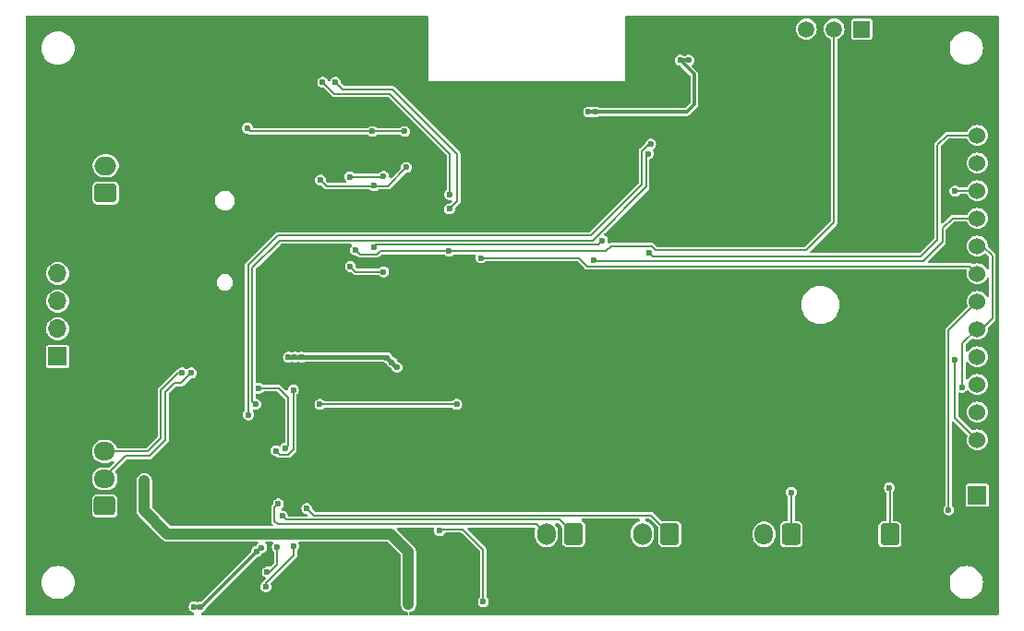
<source format=gbr>
G04 #@! TF.GenerationSoftware,KiCad,Pcbnew,8.0.0-8.0.0-1~ubuntu22.04.1*
G04 #@! TF.CreationDate,2024-03-02T20:24:03+07:00*
G04 #@! TF.ProjectId,kh-gift-hw,6b682d67-6966-4742-9d68-772e6b696361,rev?*
G04 #@! TF.SameCoordinates,Original*
G04 #@! TF.FileFunction,Copper,L2,Bot*
G04 #@! TF.FilePolarity,Positive*
%FSLAX46Y46*%
G04 Gerber Fmt 4.6, Leading zero omitted, Abs format (unit mm)*
G04 Created by KiCad (PCBNEW 8.0.0-8.0.0-1~ubuntu22.04.1) date 2024-03-02 20:24:03*
%MOMM*%
%LPD*%
G01*
G04 APERTURE LIST*
G04 Aperture macros list*
%AMRoundRect*
0 Rectangle with rounded corners*
0 $1 Rounding radius*
0 $2 $3 $4 $5 $6 $7 $8 $9 X,Y pos of 4 corners*
0 Add a 4 corners polygon primitive as box body*
4,1,4,$2,$3,$4,$5,$6,$7,$8,$9,$2,$3,0*
0 Add four circle primitives for the rounded corners*
1,1,$1+$1,$2,$3*
1,1,$1+$1,$4,$5*
1,1,$1+$1,$6,$7*
1,1,$1+$1,$8,$9*
0 Add four rect primitives between the rounded corners*
20,1,$1+$1,$2,$3,$4,$5,0*
20,1,$1+$1,$4,$5,$6,$7,0*
20,1,$1+$1,$6,$7,$8,$9,0*
20,1,$1+$1,$8,$9,$2,$3,0*%
G04 Aperture macros list end*
G04 #@! TA.AperFunction,ComponentPad*
%ADD10RoundRect,0.250000X0.600000X0.750000X-0.600000X0.750000X-0.600000X-0.750000X0.600000X-0.750000X0*%
G04 #@! TD*
G04 #@! TA.AperFunction,ComponentPad*
%ADD11O,1.700000X2.000000*%
G04 #@! TD*
G04 #@! TA.AperFunction,ComponentPad*
%ADD12R,1.700000X1.700000*%
G04 #@! TD*
G04 #@! TA.AperFunction,ComponentPad*
%ADD13C,1.524000*%
G04 #@! TD*
G04 #@! TA.AperFunction,ComponentPad*
%ADD14O,1.700000X1.700000*%
G04 #@! TD*
G04 #@! TA.AperFunction,ComponentPad*
%ADD15RoundRect,0.250000X0.750000X-0.600000X0.750000X0.600000X-0.750000X0.600000X-0.750000X-0.600000X0*%
G04 #@! TD*
G04 #@! TA.AperFunction,ComponentPad*
%ADD16O,2.000000X1.700000*%
G04 #@! TD*
G04 #@! TA.AperFunction,ComponentPad*
%ADD17C,0.800000*%
G04 #@! TD*
G04 #@! TA.AperFunction,ComponentPad*
%ADD18R,1.500000X1.500000*%
G04 #@! TD*
G04 #@! TA.AperFunction,ComponentPad*
%ADD19C,1.500000*%
G04 #@! TD*
G04 #@! TA.AperFunction,ComponentPad*
%ADD20RoundRect,0.250000X0.600000X0.725000X-0.600000X0.725000X-0.600000X-0.725000X0.600000X-0.725000X0*%
G04 #@! TD*
G04 #@! TA.AperFunction,ComponentPad*
%ADD21O,1.700000X1.950000*%
G04 #@! TD*
G04 #@! TA.AperFunction,ComponentPad*
%ADD22RoundRect,0.250000X0.725000X-0.600000X0.725000X0.600000X-0.725000X0.600000X-0.725000X-0.600000X0*%
G04 #@! TD*
G04 #@! TA.AperFunction,ComponentPad*
%ADD23O,1.950000X1.700000*%
G04 #@! TD*
G04 #@! TA.AperFunction,ViaPad*
%ADD24C,0.600000*%
G04 #@! TD*
G04 #@! TA.AperFunction,Conductor*
%ADD25C,1.000000*%
G04 #@! TD*
G04 #@! TA.AperFunction,Conductor*
%ADD26C,0.300000*%
G04 #@! TD*
G04 #@! TA.AperFunction,Conductor*
%ADD27C,0.400000*%
G04 #@! TD*
G04 #@! TA.AperFunction,Conductor*
%ADD28C,0.200000*%
G04 #@! TD*
G04 APERTURE END LIST*
D10*
X111767000Y-140125000D03*
D11*
X109267000Y-140125000D03*
D12*
X119787000Y-136527500D03*
D13*
X119787000Y-133987500D03*
X119787000Y-131447500D03*
X119787000Y-128907500D03*
X119787000Y-126367500D03*
X119787000Y-123827500D03*
X119787000Y-121287500D03*
X119787000Y-118747500D03*
X119787000Y-116207500D03*
X119787000Y-113667500D03*
X119787000Y-111127500D03*
X119787000Y-108587500D03*
X119787000Y-106047500D03*
X119787000Y-103507500D03*
D12*
X35467000Y-123797500D03*
D14*
X35467000Y-121257500D03*
X35467000Y-118717500D03*
X35467000Y-116177500D03*
D15*
X39869500Y-108787500D03*
D16*
X39869500Y-106287500D03*
D10*
X91592000Y-140087500D03*
D11*
X89092000Y-140087500D03*
D17*
X75992000Y-105007500D03*
X75992000Y-106007500D03*
X75992000Y-107007500D03*
X75992000Y-108007500D03*
X75992000Y-109007500D03*
X76992000Y-105007500D03*
X76992000Y-106007500D03*
X76992000Y-107007500D03*
X76992000Y-108007500D03*
X76992000Y-109007500D03*
X77992000Y-105007500D03*
X77992000Y-106007500D03*
X77992000Y-107007500D03*
X77992000Y-108007500D03*
X77992000Y-109007500D03*
X78992000Y-105007500D03*
X78992000Y-106007500D03*
X78992000Y-107007500D03*
X78992000Y-108007500D03*
X78992000Y-109007500D03*
X79992000Y-105007500D03*
X79992000Y-106007500D03*
X79992000Y-107007500D03*
X79992000Y-108007500D03*
X79992000Y-109007500D03*
D18*
X109195000Y-93748800D03*
D19*
X106655000Y-93748800D03*
X104115000Y-93748800D03*
X101575000Y-93748800D03*
D20*
X102737000Y-140115000D03*
D21*
X100237000Y-140115000D03*
X97737000Y-140115000D03*
D22*
X39779500Y-137517500D03*
D23*
X39779500Y-135017500D03*
X39779500Y-132517500D03*
X39779500Y-130017500D03*
D10*
X82767000Y-140087500D03*
D11*
X80267000Y-140087500D03*
D24*
X60935000Y-144083100D03*
X47092000Y-112612500D03*
X48743000Y-120461100D03*
X47676200Y-127928700D03*
X34392000Y-131662500D03*
X82652000Y-130392500D03*
X47727000Y-134202500D03*
X112497000Y-107532500D03*
X45339400Y-144438700D03*
X44425000Y-143575100D03*
X71603000Y-99734700D03*
X64872000Y-132297500D03*
X62408200Y-94959500D03*
X62408200Y-94299100D03*
X34392000Y-135472500D03*
X99162000Y-105627500D03*
X71552200Y-118378300D03*
X101067000Y-105627500D03*
X48362000Y-96102500D03*
X72060200Y-145861100D03*
X39294200Y-93181500D03*
X48692200Y-127928700D03*
X36297000Y-101817500D03*
X50267000Y-125312500D03*
X100736800Y-129732100D03*
X99390600Y-94146700D03*
X62967000Y-143727500D03*
X71552200Y-117565500D03*
X45187000Y-114517500D03*
X62154200Y-104713100D03*
X48743000Y-121324700D03*
X63271800Y-135802700D03*
X86462000Y-126582500D03*
X86462000Y-130392500D03*
X57887000Y-116422500D03*
X49657400Y-134380300D03*
X72212600Y-100395100D03*
X48844600Y-135193100D03*
X64287800Y-134786700D03*
X47092000Y-116422500D03*
X87097000Y-143727500D03*
X51029000Y-136310700D03*
X46660200Y-102071500D03*
X78207000Y-117692500D03*
X57887000Y-118327500D03*
X46660200Y-101157100D03*
X69520200Y-143778300D03*
X102972000Y-103722500D03*
X64872000Y-143727500D03*
X47092000Y-114517500D03*
X100736800Y-128766900D03*
X60782600Y-108929500D03*
X88824200Y-98871100D03*
X82652000Y-126582500D03*
X101067000Y-107532500D03*
X44425000Y-144438700D03*
X45187000Y-112612500D03*
X55804200Y-93892700D03*
X62255800Y-110605900D03*
X99162000Y-103722500D03*
X34392000Y-103722500D03*
X101067000Y-103722500D03*
X73127000Y-122137500D03*
X46609400Y-129960700D03*
X111354000Y-131535500D03*
X61951000Y-98566300D03*
X61951000Y-97905900D03*
X47727000Y-132932500D03*
X50267000Y-126582500D03*
X51537000Y-126582500D03*
X61798600Y-94959500D03*
X46609400Y-128893900D03*
X47828600Y-121324700D03*
X71857000Y-123407500D03*
X51537000Y-125312500D03*
X56617000Y-144133900D03*
X36297000Y-103722500D03*
X56617000Y-106262500D03*
X46457000Y-134202500D03*
X69520200Y-143117900D03*
X55347000Y-96737500D03*
X112497000Y-103722500D03*
X89637000Y-143727500D03*
X51841800Y-137834700D03*
X48692200Y-128893900D03*
X42697800Y-143575100D03*
X55347000Y-104992500D03*
X55347000Y-106262500D03*
X108687000Y-105627500D03*
X55982000Y-116422500D03*
X102972000Y-105627500D03*
X43561400Y-143575100D03*
X108687000Y-103722500D03*
X87097000Y-145632500D03*
X72212600Y-99734700D03*
X72314200Y-117565500D03*
X43561400Y-144438700D03*
X48692200Y-129960700D03*
X82652000Y-128487500D03*
X39294200Y-101157100D03*
X76378200Y-141543100D03*
X89637000Y-145632500D03*
X51791000Y-136310700D03*
X50267000Y-96102500D03*
X66777000Y-130392500D03*
X86462000Y-128487500D03*
X63271800Y-134786700D03*
X49657400Y-135193100D03*
X34392000Y-133567500D03*
X61900200Y-102274700D03*
X110592000Y-107532500D03*
X62967000Y-121502500D03*
X50267000Y-98007500D03*
X84557000Y-128487500D03*
X62154200Y-103798700D03*
X61392200Y-111317100D03*
X55982000Y-118327500D03*
X59055400Y-144083100D03*
X61798600Y-94299100D03*
X109449000Y-131535500D03*
X92177000Y-145632500D03*
X45187000Y-116422500D03*
X50978200Y-137783900D03*
X88214600Y-98210700D03*
X57887000Y-120232500D03*
X34392000Y-101817500D03*
X39294200Y-94248300D03*
X62560600Y-98566300D03*
X46761800Y-94248300D03*
X71603000Y-100395100D03*
X88824200Y-98210700D03*
X110592000Y-105627500D03*
X48362000Y-98007500D03*
X55753400Y-93130700D03*
X48997000Y-114517500D03*
X66777000Y-132297500D03*
X42697800Y-144387900D03*
X88214600Y-98871100D03*
X36297000Y-133567500D03*
X99162000Y-107532500D03*
X84557000Y-130392500D03*
X46761800Y-93232300D03*
X36297000Y-131662500D03*
X92177000Y-143727500D03*
X39294200Y-102173100D03*
X46609400Y-127928700D03*
X72314200Y-118429100D03*
X71196600Y-146775500D03*
X110592000Y-103722500D03*
X61900200Y-101563500D03*
X47625400Y-129960700D03*
X47828600Y-120461100D03*
X36297000Y-135472500D03*
X47671200Y-128896700D03*
X48997000Y-116422500D03*
X64872000Y-130392500D03*
X59969800Y-144083100D03*
X57480600Y-144083100D03*
X108687000Y-107532500D03*
X54077000Y-96737500D03*
X62967000Y-119597500D03*
X111354000Y-129630500D03*
X76378200Y-142508300D03*
X80112000Y-117692500D03*
X48997000Y-112612500D03*
X78207000Y-119597500D03*
X99390600Y-93232300D03*
X46457000Y-132932500D03*
X64287800Y-135802700D03*
X62560600Y-97905900D03*
X56617000Y-104992500D03*
X55982000Y-120232500D03*
X76378200Y-143575100D03*
X73127000Y-123407500D03*
X112497000Y-105627500D03*
X102972000Y-107532500D03*
X45339400Y-143575100D03*
X84557000Y-126582500D03*
X80112000Y-119597500D03*
X109449000Y-129630500D03*
X71857000Y-122137500D03*
X43409000Y-135193100D03*
X67640600Y-145962700D03*
X43409000Y-135802700D03*
X67640600Y-146572300D03*
X67640600Y-145353100D03*
X43409000Y-136361500D03*
X84150600Y-101360300D03*
X66116600Y-124321900D03*
X62306600Y-115533500D03*
X66573800Y-124779100D03*
X92558000Y-96610500D03*
X57226600Y-123864700D03*
X65354600Y-116031900D03*
X65354600Y-107253100D03*
X93320000Y-96610500D03*
X65659400Y-123915500D03*
X84760200Y-101360300D03*
X72060200Y-128182700D03*
X56617000Y-123864700D03*
X62255800Y-107303900D03*
X57836200Y-123864700D03*
X59512600Y-128182700D03*
X59563400Y-107608700D03*
X64491000Y-108116700D03*
X111735000Y-135853500D03*
X67437400Y-106440300D03*
X52857800Y-102833500D03*
X64338600Y-103138300D03*
X67285000Y-103138300D03*
X64440200Y-113745900D03*
X85420600Y-113145900D03*
X102743400Y-136250300D03*
X74285800Y-114745900D03*
X118389800Y-126607900D03*
X117739000Y-108624700D03*
X117739896Y-124093466D03*
X55702600Y-137326700D03*
X54178600Y-141339900D03*
X53721400Y-141695500D03*
X48590600Y-146775500D03*
X47981000Y-146775500D03*
X71349000Y-114145900D03*
X62763800Y-114009500D03*
X71399800Y-110250300D03*
X60935000Y-98617100D03*
X59766600Y-98617100D03*
X71399800Y-108929500D03*
X70485400Y-139787500D03*
X74498600Y-146318300D03*
X46871200Y-125312500D03*
X47727000Y-125312500D03*
X117170600Y-137885500D03*
X84607800Y-114923900D03*
X89687800Y-114273100D03*
X55499400Y-132449900D03*
X57074200Y-126861900D03*
X56363000Y-132195900D03*
X53924600Y-126709500D03*
X52959400Y-129147900D03*
X89840200Y-104306700D03*
X89637000Y-105177500D03*
X53619800Y-128182700D03*
X57125000Y-141187500D03*
X54553400Y-144927500D03*
X54686600Y-143575100D03*
X55601000Y-141289100D03*
X58317000Y-137742008D03*
X56058200Y-138444300D03*
D25*
X67640600Y-141746300D02*
X65964200Y-140069900D01*
X67640600Y-146572300D02*
X67640600Y-141746300D01*
X45542600Y-140069900D02*
X43409000Y-137936300D01*
X43409000Y-137936300D02*
X43409000Y-135193100D01*
X65964200Y-140069900D02*
X45542600Y-140069900D01*
D26*
X92558000Y-96610500D02*
X93828000Y-97880500D01*
X93320000Y-96610500D02*
X92558000Y-96610500D01*
D27*
X65456200Y-123864700D02*
X57836200Y-123864700D01*
D28*
X62805000Y-116031900D02*
X65354600Y-116031900D01*
D26*
X84150600Y-101360300D02*
X84760200Y-101360300D01*
X93828000Y-97880500D02*
X93828000Y-100674500D01*
X93142200Y-101360300D02*
X84760200Y-101360300D01*
D27*
X66523000Y-124779100D02*
X65659400Y-123915500D01*
X65507000Y-123915500D02*
X65456200Y-123864700D01*
D28*
X59512600Y-128182700D02*
X72060200Y-128182700D01*
X65303800Y-107303900D02*
X65354600Y-107253100D01*
D27*
X65659400Y-123915500D02*
X65507000Y-123915500D01*
D26*
X93828000Y-100674500D02*
X93142200Y-101360300D01*
D28*
X62306600Y-115533500D02*
X62805000Y-116031900D01*
X62255800Y-107303900D02*
X65303800Y-107303900D01*
D27*
X57836200Y-123864700D02*
X56617000Y-123864700D01*
D28*
X111767000Y-135885500D02*
X111767000Y-140125000D01*
X65710200Y-108167500D02*
X60122200Y-108167500D01*
X67437400Y-106440300D02*
X65710200Y-108167500D01*
X60122200Y-108167500D02*
X59563400Y-107608700D01*
X111735000Y-135853500D02*
X111767000Y-135885500D01*
X64338600Y-103138300D02*
X67285000Y-103138300D01*
X64338600Y-103138300D02*
X53162600Y-103138300D01*
X53162600Y-103138300D02*
X52857800Y-102833500D01*
X85020600Y-113545900D02*
X64640200Y-113545900D01*
X64640200Y-113545900D02*
X64440200Y-113745900D01*
X85420600Y-113145900D02*
X85020600Y-113545900D01*
X102743400Y-136250300D02*
X102737000Y-136256700D01*
X102737000Y-136256700D02*
X102737000Y-140115000D01*
X74285800Y-114745900D02*
X83261400Y-114745900D01*
X83261400Y-114745900D02*
X84039400Y-115523900D01*
X84039400Y-115523900D02*
X119103400Y-115523900D01*
X119103400Y-115523900D02*
X119787000Y-116207500D01*
X118389800Y-126607900D02*
X118440600Y-126557100D01*
X119787000Y-121287500D02*
X120205000Y-121287500D01*
X118440600Y-122594700D02*
X119747800Y-121287500D01*
X118440600Y-126557100D02*
X118440600Y-122594700D01*
X120289000Y-113667500D02*
X119787000Y-113667500D01*
X121183800Y-114562300D02*
X120289000Y-113667500D01*
X120205000Y-121287500D02*
X121183800Y-120308700D01*
X119747800Y-121287500D02*
X119787000Y-121287500D01*
X121183800Y-120308700D02*
X121183800Y-114562300D01*
X117739000Y-108624700D02*
X117776200Y-108587500D01*
X117776200Y-108587500D02*
X119787000Y-108587500D01*
X117739896Y-124093466D02*
X117739896Y-129400396D01*
X117739896Y-129400396D02*
X119787000Y-131447500D01*
D26*
X48641400Y-146775500D02*
X53721400Y-141695500D01*
D28*
X80267000Y-140087500D02*
X79367000Y-139187500D01*
D26*
X54178600Y-141339900D02*
X54077000Y-141339900D01*
X48590600Y-146775500D02*
X48641400Y-146775500D01*
D28*
X55347000Y-137682300D02*
X55702600Y-137326700D01*
X55347000Y-138901500D02*
X55347000Y-137682300D01*
D26*
X47981000Y-146775500D02*
X48590600Y-146775500D01*
D28*
X79367000Y-139187500D02*
X55633000Y-139187500D01*
X55633000Y-139187500D02*
X55347000Y-138901500D01*
D26*
X54077000Y-141339900D02*
X53721400Y-141695500D01*
D28*
X71314200Y-114111100D02*
X65049800Y-114111100D01*
X104115000Y-114060300D02*
X106655000Y-111520300D01*
X85741400Y-114145900D02*
X86214200Y-113673100D01*
X90323529Y-114060300D02*
X104115000Y-114060300D01*
X71349000Y-114145900D02*
X71314200Y-114111100D01*
X89936329Y-113673100D02*
X90323529Y-114060300D01*
X64745000Y-114415900D02*
X63170200Y-114415900D01*
X86214200Y-113673100D02*
X89936329Y-113673100D01*
X63170200Y-114415900D02*
X62763800Y-114009500D01*
X65049800Y-114111100D02*
X64745000Y-114415900D01*
X71349000Y-114145900D02*
X85741400Y-114145900D01*
X106655000Y-111520300D02*
X106655000Y-93748800D01*
X72111000Y-105221100D02*
X66167400Y-99277500D01*
X72111000Y-109539100D02*
X72111000Y-105221100D01*
X71399800Y-110250300D02*
X72111000Y-109539100D01*
X66167400Y-99277500D02*
X61595400Y-99277500D01*
X61595400Y-99277500D02*
X60935000Y-98617100D01*
X71450600Y-105221100D02*
X65913400Y-99683900D01*
X71450600Y-108878700D02*
X71450600Y-105221100D01*
X65913400Y-99683900D02*
X60833400Y-99683900D01*
X60833400Y-99683900D02*
X59766600Y-98617100D01*
X71399800Y-108929500D02*
X71450600Y-108878700D01*
X72619000Y-139663500D02*
X74498600Y-141543100D01*
X74498600Y-141543100D02*
X74498600Y-146318300D01*
X70485400Y-139787500D02*
X70609400Y-139663500D01*
X70609400Y-139663500D02*
X72619000Y-139663500D01*
X46871200Y-125312500D02*
X46533200Y-125312500D01*
X43747800Y-132517500D02*
X39779500Y-132517500D01*
X44933000Y-131332300D02*
X43747800Y-132517500D01*
X44933000Y-126912700D02*
X44933000Y-131332300D01*
X46533200Y-125312500D02*
X44933000Y-126912700D01*
X41722200Y-132917500D02*
X39779500Y-134860200D01*
X43913485Y-132917500D02*
X41722200Y-132917500D01*
X45339400Y-127071986D02*
X45339400Y-131491585D01*
X47727000Y-125312500D02*
X46787200Y-126252300D01*
X46787200Y-126252300D02*
X46159086Y-126252300D01*
X45339400Y-131491585D02*
X43913485Y-132917500D01*
X46159086Y-126252300D02*
X45339400Y-127071986D01*
X39779500Y-134860200D02*
X39779500Y-135017500D01*
X117170600Y-137885500D02*
X117139896Y-137854796D01*
X117139896Y-121394604D02*
X119787000Y-118747500D01*
X117139896Y-137854796D02*
X117139896Y-121394604D01*
X114833800Y-115076300D02*
X84760200Y-115076300D01*
X84760200Y-115076300D02*
X84607800Y-114923900D01*
X116611800Y-112028300D02*
X116611800Y-113298300D01*
X116611800Y-113298300D02*
X114833800Y-115076300D01*
X119787000Y-111127500D02*
X117512600Y-111127500D01*
X117512600Y-111127500D02*
X116611800Y-112028300D01*
X89687800Y-114273100D02*
X90033800Y-114619100D01*
X90033800Y-114619100D02*
X114630600Y-114619100D01*
X114630600Y-114619100D02*
X116154600Y-113095100D01*
X116154600Y-104357500D02*
X117004600Y-103507500D01*
X117004600Y-103507500D02*
X119787000Y-103507500D01*
X116154600Y-113095100D02*
X116154600Y-104357500D01*
X57074200Y-132333229D02*
X56611529Y-132795900D01*
X56611529Y-132795900D02*
X55845400Y-132795900D01*
X57074200Y-126861900D02*
X57074200Y-132333229D01*
X55845400Y-132795900D02*
X55499400Y-132449900D01*
X56617000Y-131941900D02*
X56617000Y-127573100D01*
X56617000Y-127573100D02*
X55753400Y-126709500D01*
X56363000Y-132195900D02*
X56617000Y-131941900D01*
X55753400Y-126709500D02*
X53924600Y-126709500D01*
X89037000Y-104928971D02*
X89037000Y-108005500D01*
X55651800Y-112688700D02*
X52924600Y-115415900D01*
X84353800Y-112688700D02*
X55651800Y-112688700D01*
X52924600Y-115415900D02*
X52924600Y-129113100D01*
X89659271Y-104306700D02*
X89037000Y-104928971D01*
X52924600Y-129113100D02*
X52959400Y-129147900D01*
X89840200Y-104306700D02*
X89659271Y-104306700D01*
X89037000Y-108005500D02*
X84353800Y-112688700D01*
X53324600Y-115625500D02*
X55804200Y-113145900D01*
X55804200Y-113145900D02*
X84506200Y-113145900D01*
X53324600Y-127887500D02*
X53324600Y-115625500D01*
X53619800Y-128182700D02*
X53324600Y-127887500D01*
X89437000Y-108215100D02*
X89437000Y-105377500D01*
X84506200Y-113145900D02*
X89437000Y-108215100D01*
X89437000Y-105377500D02*
X89637000Y-105177500D01*
X54553400Y-144927500D02*
X54553400Y-144622700D01*
X54553400Y-144622700D02*
X57125000Y-142051100D01*
X57125000Y-142051100D02*
X57125000Y-141187500D01*
X54889800Y-143575100D02*
X55601000Y-142863900D01*
X55601000Y-142863900D02*
X55601000Y-141289100D01*
X54686600Y-143575100D02*
X54889800Y-143575100D01*
X58962492Y-138387500D02*
X89892000Y-138387500D01*
X89892000Y-138387500D02*
X91592000Y-140087500D01*
X58317000Y-137742008D02*
X58962492Y-138387500D01*
X81467000Y-138787500D02*
X82767000Y-140087500D01*
X56058200Y-138444300D02*
X56401400Y-138787500D01*
X56401400Y-138787500D02*
X81467000Y-138787500D01*
G04 #@! TA.AperFunction,Conductor*
G36*
X69404539Y-92542685D02*
G01*
X69450294Y-92595489D01*
X69461500Y-92647000D01*
X69461500Y-98486938D01*
X69461500Y-98508062D01*
X69476438Y-98523000D01*
X87497562Y-98523000D01*
X87512500Y-98508062D01*
X87512500Y-93748800D01*
X103159901Y-93748800D01*
X103178252Y-93935131D01*
X103178253Y-93935133D01*
X103232604Y-94114302D01*
X103320862Y-94279423D01*
X103320864Y-94279426D01*
X103439642Y-94424157D01*
X103584373Y-94542935D01*
X103584376Y-94542937D01*
X103675874Y-94591843D01*
X103749499Y-94631196D01*
X103928666Y-94685546D01*
X103928668Y-94685547D01*
X103945374Y-94687192D01*
X104115000Y-94703899D01*
X104301331Y-94685547D01*
X104480501Y-94631196D01*
X104645625Y-94542936D01*
X104790357Y-94424157D01*
X104909136Y-94279425D01*
X104997396Y-94114301D01*
X105051747Y-93935131D01*
X105070099Y-93748800D01*
X105051747Y-93562469D01*
X104997396Y-93383299D01*
X104909136Y-93218175D01*
X104909135Y-93218173D01*
X104790357Y-93073442D01*
X104645626Y-92954664D01*
X104645623Y-92954662D01*
X104480502Y-92866404D01*
X104301333Y-92812053D01*
X104301331Y-92812052D01*
X104115000Y-92793701D01*
X103928668Y-92812052D01*
X103928666Y-92812053D01*
X103749497Y-92866404D01*
X103584376Y-92954662D01*
X103584373Y-92954664D01*
X103439642Y-93073442D01*
X103320864Y-93218173D01*
X103320862Y-93218176D01*
X103232604Y-93383297D01*
X103178253Y-93562466D01*
X103178252Y-93562468D01*
X103159901Y-93748800D01*
X87512500Y-93748800D01*
X87512500Y-92647000D01*
X87532185Y-92579961D01*
X87584989Y-92534206D01*
X87636500Y-92523000D01*
X121637500Y-92523000D01*
X121704539Y-92542685D01*
X121750294Y-92595489D01*
X121761500Y-92647000D01*
X121761500Y-147388000D01*
X121741815Y-147455039D01*
X121689011Y-147500794D01*
X121637500Y-147512000D01*
X67766047Y-147512000D01*
X67699008Y-147492315D01*
X67653253Y-147439511D01*
X67643309Y-147370353D01*
X67672334Y-147306797D01*
X67731112Y-147269023D01*
X67741856Y-147266383D01*
X67791808Y-147256446D01*
X67844928Y-147245880D01*
X67972411Y-147193075D01*
X68087142Y-147116414D01*
X68184714Y-147018842D01*
X68261375Y-146904111D01*
X68314180Y-146776628D01*
X68341100Y-146641293D01*
X68341100Y-141677307D01*
X68341100Y-141677304D01*
X68314181Y-141541977D01*
X68314180Y-141541976D01*
X68314180Y-141541972D01*
X68289487Y-141482357D01*
X68261378Y-141414495D01*
X68261374Y-141414488D01*
X68230904Y-141368886D01*
X68184714Y-141299757D01*
X68184712Y-141299754D01*
X66584639Y-139699681D01*
X66551154Y-139638358D01*
X66556138Y-139568666D01*
X66598010Y-139512733D01*
X66663474Y-139488316D01*
X66672320Y-139488000D01*
X69880702Y-139488000D01*
X69947741Y-139507685D01*
X69993496Y-139560489D01*
X70003440Y-139629647D01*
X70000516Y-139643087D01*
X69979753Y-139787500D01*
X70000234Y-139929956D01*
X70048887Y-140036489D01*
X70060023Y-140060873D01*
X70154272Y-140169643D01*
X70275347Y-140247453D01*
X70275350Y-140247454D01*
X70275349Y-140247454D01*
X70413436Y-140287999D01*
X70413438Y-140288000D01*
X70413439Y-140288000D01*
X70557362Y-140288000D01*
X70557362Y-140287999D01*
X70695453Y-140247453D01*
X70816528Y-140169643D01*
X70910777Y-140060873D01*
X70921914Y-140036486D01*
X70967667Y-139983685D01*
X71034706Y-139964000D01*
X72443167Y-139964000D01*
X72510206Y-139983685D01*
X72530848Y-140000319D01*
X74161781Y-141631252D01*
X74195266Y-141692575D01*
X74198100Y-141718933D01*
X74198100Y-145854560D01*
X74178415Y-145921599D01*
X74167813Y-145935762D01*
X74073225Y-146044922D01*
X74073222Y-146044928D01*
X74013434Y-146175843D01*
X73992953Y-146318300D01*
X74013434Y-146460756D01*
X74073222Y-146591671D01*
X74073223Y-146591673D01*
X74167472Y-146700443D01*
X74288547Y-146778253D01*
X74288550Y-146778254D01*
X74288549Y-146778254D01*
X74426636Y-146818799D01*
X74426638Y-146818800D01*
X74426639Y-146818800D01*
X74570562Y-146818800D01*
X74570562Y-146818799D01*
X74708653Y-146778253D01*
X74829728Y-146700443D01*
X74923977Y-146591673D01*
X74983765Y-146460757D01*
X75004247Y-146318300D01*
X74983765Y-146175843D01*
X74923977Y-146044927D01*
X74923975Y-146044925D01*
X74923974Y-146044922D01*
X74829387Y-145935762D01*
X74800362Y-145872206D01*
X74799100Y-145854560D01*
X74799100Y-144537500D01*
X117256783Y-144537500D01*
X117275623Y-144776882D01*
X117331674Y-145010353D01*
X117331678Y-145010365D01*
X117423565Y-145232202D01*
X117543550Y-145428000D01*
X117549028Y-145436939D01*
X117704973Y-145619527D01*
X117887561Y-145775472D01*
X117887563Y-145775473D01*
X118092297Y-145900934D01*
X118176380Y-145935762D01*
X118314137Y-145992823D01*
X118547621Y-146048877D01*
X118787000Y-146067717D01*
X119026379Y-146048877D01*
X119259863Y-145992823D01*
X119481704Y-145900933D01*
X119686439Y-145775472D01*
X119869027Y-145619527D01*
X120024972Y-145436939D01*
X120150433Y-145232204D01*
X120242323Y-145010363D01*
X120298377Y-144776879D01*
X120317217Y-144537500D01*
X120298377Y-144298121D01*
X120242323Y-144064637D01*
X120152784Y-143848471D01*
X120150434Y-143842797D01*
X120024973Y-143638063D01*
X120024972Y-143638061D01*
X119869027Y-143455473D01*
X119686439Y-143299528D01*
X119686436Y-143299526D01*
X119481702Y-143174065D01*
X119259865Y-143082178D01*
X119259867Y-143082178D01*
X119259863Y-143082177D01*
X119259859Y-143082176D01*
X119259853Y-143082174D01*
X119026382Y-143026123D01*
X118787000Y-143007283D01*
X118547617Y-143026123D01*
X118314146Y-143082174D01*
X118314134Y-143082178D01*
X118092297Y-143174065D01*
X117887563Y-143299526D01*
X117704973Y-143455473D01*
X117549026Y-143638063D01*
X117423565Y-143842797D01*
X117331678Y-144064634D01*
X117331674Y-144064646D01*
X117275623Y-144298117D01*
X117256783Y-144537500D01*
X74799100Y-144537500D01*
X74799100Y-141503539D01*
X74793424Y-141482356D01*
X74778621Y-141427111D01*
X74745005Y-141368886D01*
X74739064Y-141358595D01*
X74739058Y-141358587D01*
X73080152Y-139699681D01*
X73046667Y-139638358D01*
X73051651Y-139568666D01*
X73093523Y-139512733D01*
X73158987Y-139488316D01*
X73167833Y-139488000D01*
X79134236Y-139488000D01*
X79201275Y-139507685D01*
X79247030Y-139560489D01*
X79256974Y-139629647D01*
X79255853Y-139636191D01*
X79216500Y-139834030D01*
X79216500Y-140340969D01*
X79256868Y-140543912D01*
X79256870Y-140543920D01*
X79336059Y-140735098D01*
X79359647Y-140770400D01*
X79451024Y-140907157D01*
X79597342Y-141053475D01*
X79597345Y-141053477D01*
X79769402Y-141168441D01*
X79960580Y-141247630D01*
X80112216Y-141277792D01*
X80163530Y-141287999D01*
X80163534Y-141288000D01*
X80163535Y-141288000D01*
X80370466Y-141288000D01*
X80370467Y-141287999D01*
X80573420Y-141247630D01*
X80764598Y-141168441D01*
X80936655Y-141053477D01*
X81082977Y-140907155D01*
X81197941Y-140735098D01*
X81277130Y-140543920D01*
X81317500Y-140340965D01*
X81317500Y-139834035D01*
X81277130Y-139631080D01*
X81197941Y-139439902D01*
X81197940Y-139439900D01*
X81197940Y-139439899D01*
X81091694Y-139280890D01*
X81070816Y-139214213D01*
X81089301Y-139146833D01*
X81141280Y-139100143D01*
X81194796Y-139088000D01*
X81291167Y-139088000D01*
X81358206Y-139107685D01*
X81378848Y-139124319D01*
X81680181Y-139425652D01*
X81713666Y-139486975D01*
X81716500Y-139513333D01*
X81716500Y-140891769D01*
X81719353Y-140922199D01*
X81719353Y-140922201D01*
X81764206Y-141050380D01*
X81764207Y-141050382D01*
X81844850Y-141159650D01*
X81954118Y-141240293D01*
X81996845Y-141255244D01*
X82082299Y-141285146D01*
X82112730Y-141288000D01*
X82112734Y-141288000D01*
X83421270Y-141288000D01*
X83451699Y-141285146D01*
X83451701Y-141285146D01*
X83515790Y-141262719D01*
X83579882Y-141240293D01*
X83689150Y-141159650D01*
X83769793Y-141050382D01*
X83801524Y-140959701D01*
X83814646Y-140922201D01*
X83814646Y-140922199D01*
X83817500Y-140891769D01*
X83817500Y-139283230D01*
X83814646Y-139252800D01*
X83814646Y-139252798D01*
X83769793Y-139124619D01*
X83769792Y-139124617D01*
X83769572Y-139124319D01*
X83689150Y-139015350D01*
X83579882Y-138934707D01*
X83579880Y-138934706D01*
X83563689Y-138929041D01*
X83506913Y-138888320D01*
X83481166Y-138823367D01*
X83494622Y-138754805D01*
X83543010Y-138704403D01*
X83604644Y-138688000D01*
X88740081Y-138688000D01*
X88807120Y-138707685D01*
X88852875Y-138760489D01*
X88862819Y-138829647D01*
X88833794Y-138893203D01*
X88787534Y-138926561D01*
X88785581Y-138927369D01*
X88785580Y-138927370D01*
X88749406Y-138942354D01*
X88594403Y-139006558D01*
X88422342Y-139121524D01*
X88276024Y-139267842D01*
X88161058Y-139439903D01*
X88081870Y-139631079D01*
X88081868Y-139631087D01*
X88041500Y-139834030D01*
X88041500Y-140340969D01*
X88081868Y-140543912D01*
X88081870Y-140543920D01*
X88161059Y-140735098D01*
X88184647Y-140770400D01*
X88276024Y-140907157D01*
X88422342Y-141053475D01*
X88422345Y-141053477D01*
X88594402Y-141168441D01*
X88785580Y-141247630D01*
X88937216Y-141277792D01*
X88988530Y-141287999D01*
X88988534Y-141288000D01*
X88988535Y-141288000D01*
X89195466Y-141288000D01*
X89195467Y-141287999D01*
X89398420Y-141247630D01*
X89589598Y-141168441D01*
X89761655Y-141053477D01*
X89907977Y-140907155D01*
X90022941Y-140735098D01*
X90102130Y-140543920D01*
X90142500Y-140340965D01*
X90142500Y-139834035D01*
X90102130Y-139631080D01*
X90022941Y-139439902D01*
X89907977Y-139267845D01*
X89907975Y-139267842D01*
X89761657Y-139121524D01*
X89605959Y-139017491D01*
X89589598Y-139006559D01*
X89542878Y-138987207D01*
X89434594Y-138942354D01*
X89398420Y-138927370D01*
X89398418Y-138927369D01*
X89396466Y-138926561D01*
X89342063Y-138882720D01*
X89319998Y-138816426D01*
X89337277Y-138748727D01*
X89388414Y-138701116D01*
X89443919Y-138688000D01*
X89716167Y-138688000D01*
X89783206Y-138707685D01*
X89803848Y-138724319D01*
X90505181Y-139425652D01*
X90538666Y-139486975D01*
X90541500Y-139513333D01*
X90541500Y-140891769D01*
X90544353Y-140922199D01*
X90544353Y-140922201D01*
X90589206Y-141050380D01*
X90589207Y-141050382D01*
X90669850Y-141159650D01*
X90779118Y-141240293D01*
X90821845Y-141255244D01*
X90907299Y-141285146D01*
X90937730Y-141288000D01*
X90937734Y-141288000D01*
X92246270Y-141288000D01*
X92276699Y-141285146D01*
X92276701Y-141285146D01*
X92340790Y-141262719D01*
X92404882Y-141240293D01*
X92514150Y-141159650D01*
X92594793Y-141050382D01*
X92626524Y-140959701D01*
X92639646Y-140922201D01*
X92639646Y-140922199D01*
X92642500Y-140891769D01*
X92642500Y-140343469D01*
X99186500Y-140343469D01*
X99226868Y-140546412D01*
X99226870Y-140546420D01*
X99305022Y-140735096D01*
X99306059Y-140737598D01*
X99351334Y-140805357D01*
X99421024Y-140909657D01*
X99567342Y-141055975D01*
X99567345Y-141055977D01*
X99739402Y-141170941D01*
X99930580Y-141250130D01*
X100119187Y-141287646D01*
X100133530Y-141290499D01*
X100133534Y-141290500D01*
X100133535Y-141290500D01*
X100340466Y-141290500D01*
X100340467Y-141290499D01*
X100543420Y-141250130D01*
X100734598Y-141170941D01*
X100906655Y-141055977D01*
X101052977Y-140909655D01*
X101063258Y-140894269D01*
X101686500Y-140894269D01*
X101689353Y-140924699D01*
X101689353Y-140924701D01*
X101733332Y-141050382D01*
X101734207Y-141052882D01*
X101814850Y-141162150D01*
X101924118Y-141242793D01*
X101945089Y-141250131D01*
X102052299Y-141287646D01*
X102082730Y-141290500D01*
X102082734Y-141290500D01*
X103391270Y-141290500D01*
X103421699Y-141287646D01*
X103421701Y-141287646D01*
X103485790Y-141265219D01*
X103549882Y-141242793D01*
X103659150Y-141162150D01*
X103739793Y-141052882D01*
X103766834Y-140975603D01*
X103783048Y-140929269D01*
X110716500Y-140929269D01*
X110719353Y-140959699D01*
X110719353Y-140959701D01*
X110764206Y-141087880D01*
X110764207Y-141087882D01*
X110844850Y-141197150D01*
X110954118Y-141277793D01*
X110983288Y-141288000D01*
X111082299Y-141322646D01*
X111112730Y-141325500D01*
X111112734Y-141325500D01*
X112421270Y-141325500D01*
X112451699Y-141322646D01*
X112451701Y-141322646D01*
X112517121Y-141299754D01*
X112579882Y-141277793D01*
X112689150Y-141197150D01*
X112769793Y-141087882D01*
X112809081Y-140975603D01*
X112814646Y-140959701D01*
X112814646Y-140959699D01*
X112817500Y-140929269D01*
X112817500Y-139320730D01*
X112814646Y-139290300D01*
X112814646Y-139290298D01*
X112769793Y-139162119D01*
X112769792Y-139162117D01*
X112758512Y-139146833D01*
X112689150Y-139052850D01*
X112579882Y-138972207D01*
X112579880Y-138972206D01*
X112451700Y-138927353D01*
X112421270Y-138924500D01*
X112421266Y-138924500D01*
X112191500Y-138924500D01*
X112124461Y-138904815D01*
X112078706Y-138852011D01*
X112067500Y-138800500D01*
X112067500Y-136280308D01*
X112087185Y-136213269D01*
X112097782Y-136199111D01*
X112160377Y-136126873D01*
X112220165Y-135995957D01*
X112240647Y-135853500D01*
X112220165Y-135711043D01*
X112160377Y-135580127D01*
X112066128Y-135471357D01*
X111945053Y-135393547D01*
X111945051Y-135393546D01*
X111945049Y-135393545D01*
X111945050Y-135393545D01*
X111806963Y-135353000D01*
X111806961Y-135353000D01*
X111663039Y-135353000D01*
X111663036Y-135353000D01*
X111524949Y-135393545D01*
X111403873Y-135471356D01*
X111309623Y-135580126D01*
X111309622Y-135580128D01*
X111249834Y-135711043D01*
X111229353Y-135853500D01*
X111249834Y-135995956D01*
X111264300Y-136027631D01*
X111309623Y-136126873D01*
X111403872Y-136235643D01*
X111409537Y-136239284D01*
X111455292Y-136292083D01*
X111466500Y-136343600D01*
X111466500Y-138800500D01*
X111446815Y-138867539D01*
X111394011Y-138913294D01*
X111342500Y-138924500D01*
X111112730Y-138924500D01*
X111082300Y-138927353D01*
X111082298Y-138927353D01*
X110954119Y-138972206D01*
X110954117Y-138972207D01*
X110844850Y-139052850D01*
X110764207Y-139162117D01*
X110764206Y-139162119D01*
X110719353Y-139290298D01*
X110719353Y-139290300D01*
X110716500Y-139320730D01*
X110716500Y-140929269D01*
X103783048Y-140929269D01*
X103784646Y-140924701D01*
X103784646Y-140924699D01*
X103787500Y-140894269D01*
X103787500Y-139335730D01*
X103784646Y-139305300D01*
X103784646Y-139305298D01*
X103739793Y-139177119D01*
X103739792Y-139177117D01*
X103659150Y-139067850D01*
X103549882Y-138987207D01*
X103549880Y-138987206D01*
X103421700Y-138942353D01*
X103391270Y-138939500D01*
X103391266Y-138939500D01*
X103161500Y-138939500D01*
X103094461Y-138919815D01*
X103048706Y-138867011D01*
X103037500Y-138815500D01*
X103037500Y-136721156D01*
X103057185Y-136654117D01*
X103069543Y-136639858D01*
X103068720Y-136639145D01*
X103074526Y-136632444D01*
X103074528Y-136632443D01*
X103168777Y-136523673D01*
X103228565Y-136392757D01*
X103249047Y-136250300D01*
X103228565Y-136107843D01*
X103168777Y-135976927D01*
X103074528Y-135868157D01*
X102953453Y-135790347D01*
X102953451Y-135790346D01*
X102953449Y-135790345D01*
X102953450Y-135790345D01*
X102815363Y-135749800D01*
X102815361Y-135749800D01*
X102671439Y-135749800D01*
X102671436Y-135749800D01*
X102533349Y-135790345D01*
X102412273Y-135868156D01*
X102318023Y-135976926D01*
X102318022Y-135976928D01*
X102258234Y-136107843D01*
X102237753Y-136250300D01*
X102258234Y-136392756D01*
X102292141Y-136467000D01*
X102318023Y-136523673D01*
X102406214Y-136625452D01*
X102435238Y-136689005D01*
X102436500Y-136706652D01*
X102436500Y-138815500D01*
X102416815Y-138882539D01*
X102364011Y-138928294D01*
X102312500Y-138939500D01*
X102082730Y-138939500D01*
X102052300Y-138942353D01*
X102052298Y-138942353D01*
X101924119Y-138987206D01*
X101924117Y-138987207D01*
X101814850Y-139067850D01*
X101734207Y-139177117D01*
X101734206Y-139177119D01*
X101689353Y-139305298D01*
X101689353Y-139305300D01*
X101686500Y-139335730D01*
X101686500Y-140894269D01*
X101063258Y-140894269D01*
X101167941Y-140737598D01*
X101247130Y-140546420D01*
X101287500Y-140343465D01*
X101287500Y-139886535D01*
X101247130Y-139683580D01*
X101167941Y-139492402D01*
X101052977Y-139320345D01*
X101052975Y-139320342D01*
X100906657Y-139174024D01*
X100796085Y-139100143D01*
X100734598Y-139059059D01*
X100719608Y-139052850D01*
X100543420Y-138979870D01*
X100543412Y-138979868D01*
X100340469Y-138939500D01*
X100340465Y-138939500D01*
X100133535Y-138939500D01*
X100133530Y-138939500D01*
X99930587Y-138979868D01*
X99930579Y-138979870D01*
X99739403Y-139059058D01*
X99567342Y-139174024D01*
X99421024Y-139320342D01*
X99306058Y-139492403D01*
X99226870Y-139683579D01*
X99226868Y-139683587D01*
X99186500Y-139886530D01*
X99186500Y-140343469D01*
X92642500Y-140343469D01*
X92642500Y-139283230D01*
X92639646Y-139252800D01*
X92639646Y-139252798D01*
X92594793Y-139124619D01*
X92594792Y-139124617D01*
X92594572Y-139124319D01*
X92514150Y-139015350D01*
X92404882Y-138934707D01*
X92404880Y-138934706D01*
X92276700Y-138889853D01*
X92246270Y-138887000D01*
X92246266Y-138887000D01*
X90937734Y-138887000D01*
X90937730Y-138887000D01*
X90907301Y-138889853D01*
X90901310Y-138891162D01*
X90831615Y-138886236D01*
X90787170Y-138857699D01*
X90076510Y-138147039D01*
X90058255Y-138136500D01*
X90039999Y-138125960D01*
X90039998Y-138125959D01*
X90007994Y-138107481D01*
X90007991Y-138107479D01*
X89969775Y-138097239D01*
X89931562Y-138087000D01*
X89931560Y-138087000D01*
X59138325Y-138087000D01*
X59071286Y-138067315D01*
X59050644Y-138050681D01*
X58856395Y-137856432D01*
X58822910Y-137795109D01*
X58821339Y-137751102D01*
X58822647Y-137742008D01*
X58802165Y-137599551D01*
X58742377Y-137468635D01*
X58648128Y-137359865D01*
X58527053Y-137282055D01*
X58527051Y-137282054D01*
X58527049Y-137282053D01*
X58527050Y-137282053D01*
X58388963Y-137241508D01*
X58388961Y-137241508D01*
X58245039Y-137241508D01*
X58245036Y-137241508D01*
X58106949Y-137282053D01*
X57985873Y-137359864D01*
X57891623Y-137468634D01*
X57891622Y-137468636D01*
X57831834Y-137599551D01*
X57811353Y-137742008D01*
X57831834Y-137884464D01*
X57877449Y-137984345D01*
X57891623Y-138015381D01*
X57985872Y-138124151D01*
X58106947Y-138201961D01*
X58106950Y-138201962D01*
X58106949Y-138201962D01*
X58250197Y-138244023D01*
X58308976Y-138281797D01*
X58338001Y-138345352D01*
X58328058Y-138414511D01*
X58282303Y-138467315D01*
X58215264Y-138487000D01*
X56677433Y-138487000D01*
X56610394Y-138467315D01*
X56564639Y-138414511D01*
X56554695Y-138380647D01*
X56549620Y-138345352D01*
X56543365Y-138301843D01*
X56483577Y-138170927D01*
X56389328Y-138062157D01*
X56268253Y-137984347D01*
X56268251Y-137984346D01*
X56268249Y-137984345D01*
X56268250Y-137984345D01*
X56130163Y-137943800D01*
X56130161Y-137943800D01*
X56090433Y-137943800D01*
X56023394Y-137924115D01*
X55977639Y-137871311D01*
X55967695Y-137802153D01*
X55996720Y-137738597D01*
X56023394Y-137715484D01*
X56033728Y-137708843D01*
X56127977Y-137600073D01*
X56187765Y-137469157D01*
X56208247Y-137326700D01*
X56187765Y-137184243D01*
X56127977Y-137053327D01*
X56033728Y-136944557D01*
X55912653Y-136866747D01*
X55912651Y-136866746D01*
X55912649Y-136866745D01*
X55912650Y-136866745D01*
X55774563Y-136826200D01*
X55774561Y-136826200D01*
X55630639Y-136826200D01*
X55630636Y-136826200D01*
X55492549Y-136866745D01*
X55371473Y-136944556D01*
X55277223Y-137053326D01*
X55277222Y-137053328D01*
X55217434Y-137184243D01*
X55196953Y-137326699D01*
X55198261Y-137335796D01*
X55188317Y-137404955D01*
X55163265Y-137441063D01*
X55162550Y-137441779D01*
X55162489Y-137441840D01*
X55106541Y-137497787D01*
X55106535Y-137497795D01*
X55066982Y-137566304D01*
X55066979Y-137566309D01*
X55059350Y-137594781D01*
X55046500Y-137642738D01*
X55046500Y-138941062D01*
X55056898Y-138979868D01*
X55066979Y-139017490D01*
X55066980Y-139017491D01*
X55098169Y-139071512D01*
X55106540Y-139086011D01*
X55106542Y-139086013D01*
X55178248Y-139157719D01*
X55211733Y-139219042D01*
X55206749Y-139288734D01*
X55164877Y-139344667D01*
X55099413Y-139369084D01*
X55090567Y-139369400D01*
X45884119Y-139369400D01*
X45817080Y-139349715D01*
X45796438Y-139333081D01*
X44145819Y-137682462D01*
X44112334Y-137621139D01*
X44109500Y-137594781D01*
X44109500Y-135124104D01*
X44082581Y-134988777D01*
X44082580Y-134988776D01*
X44082580Y-134988772D01*
X44051621Y-134914030D01*
X44029778Y-134861295D01*
X44029771Y-134861282D01*
X43953114Y-134746558D01*
X43953111Y-134746554D01*
X43855545Y-134648988D01*
X43855541Y-134648985D01*
X43740817Y-134572328D01*
X43740804Y-134572321D01*
X43613332Y-134519521D01*
X43613322Y-134519518D01*
X43477995Y-134492600D01*
X43477993Y-134492600D01*
X43340007Y-134492600D01*
X43340005Y-134492600D01*
X43204677Y-134519518D01*
X43204667Y-134519521D01*
X43077195Y-134572321D01*
X43077182Y-134572328D01*
X42962458Y-134648985D01*
X42962454Y-134648988D01*
X42864888Y-134746554D01*
X42864885Y-134746558D01*
X42788228Y-134861282D01*
X42788221Y-134861295D01*
X42735421Y-134988767D01*
X42735418Y-134988777D01*
X42708500Y-135124104D01*
X42708500Y-135124107D01*
X42708500Y-137867306D01*
X42708500Y-138005294D01*
X42708500Y-138005296D01*
X42708499Y-138005296D01*
X42735418Y-138140622D01*
X42735421Y-138140632D01*
X42788222Y-138268107D01*
X42864887Y-138382845D01*
X45096054Y-140614012D01*
X45210792Y-140690677D01*
X45338267Y-140743478D01*
X45338272Y-140743480D01*
X45338276Y-140743480D01*
X45338277Y-140743481D01*
X45473603Y-140770400D01*
X45473606Y-140770400D01*
X45473607Y-140770400D01*
X53738296Y-140770400D01*
X53805335Y-140790085D01*
X53851090Y-140842889D01*
X53861034Y-140912047D01*
X53832009Y-140975601D01*
X53802270Y-141009922D01*
X53753223Y-141066526D01*
X53725061Y-141128192D01*
X53679305Y-141180995D01*
X53647202Y-141195656D01*
X53511348Y-141235545D01*
X53390273Y-141313356D01*
X53296023Y-141422126D01*
X53296022Y-141422128D01*
X53236234Y-141553043D01*
X53219952Y-141666288D01*
X53190926Y-141729843D01*
X53184895Y-141736321D01*
X48682537Y-146238681D01*
X48621214Y-146272166D01*
X48594856Y-146275000D01*
X48518636Y-146275000D01*
X48380550Y-146315545D01*
X48380548Y-146315546D01*
X48352838Y-146333354D01*
X48285798Y-146353038D01*
X48218762Y-146333354D01*
X48202032Y-146322603D01*
X48191053Y-146315547D01*
X48191052Y-146315546D01*
X48191051Y-146315546D01*
X48191049Y-146315545D01*
X48052963Y-146275000D01*
X48052961Y-146275000D01*
X47909039Y-146275000D01*
X47909036Y-146275000D01*
X47770949Y-146315545D01*
X47649873Y-146393356D01*
X47555623Y-146502126D01*
X47555622Y-146502128D01*
X47495834Y-146633043D01*
X47475353Y-146775500D01*
X47495834Y-146917956D01*
X47555622Y-147048871D01*
X47555623Y-147048873D01*
X47649872Y-147157643D01*
X47770947Y-147235453D01*
X47770950Y-147235454D01*
X47770949Y-147235454D01*
X47885275Y-147269023D01*
X47944054Y-147306797D01*
X47973079Y-147370353D01*
X47963136Y-147439511D01*
X47917381Y-147492315D01*
X47850341Y-147512000D01*
X32636500Y-147512000D01*
X32569461Y-147492315D01*
X32523706Y-147439511D01*
X32512500Y-147388000D01*
X32512500Y-144537500D01*
X33956783Y-144537500D01*
X33975623Y-144776882D01*
X34031674Y-145010353D01*
X34031678Y-145010365D01*
X34123565Y-145232202D01*
X34243550Y-145428000D01*
X34249028Y-145436939D01*
X34404973Y-145619527D01*
X34587561Y-145775472D01*
X34587563Y-145775473D01*
X34792297Y-145900934D01*
X34876380Y-145935762D01*
X35014137Y-145992823D01*
X35247621Y-146048877D01*
X35487000Y-146067717D01*
X35726379Y-146048877D01*
X35959863Y-145992823D01*
X36181704Y-145900933D01*
X36386439Y-145775472D01*
X36569027Y-145619527D01*
X36724972Y-145436939D01*
X36850433Y-145232204D01*
X36942323Y-145010363D01*
X36998377Y-144776879D01*
X37017217Y-144537500D01*
X36998377Y-144298121D01*
X36942323Y-144064637D01*
X36852784Y-143848471D01*
X36850434Y-143842797D01*
X36724973Y-143638063D01*
X36724972Y-143638061D01*
X36569027Y-143455473D01*
X36386439Y-143299528D01*
X36386436Y-143299526D01*
X36181702Y-143174065D01*
X35959865Y-143082178D01*
X35959867Y-143082178D01*
X35959863Y-143082177D01*
X35959859Y-143082176D01*
X35959853Y-143082174D01*
X35726382Y-143026123D01*
X35487000Y-143007283D01*
X35247617Y-143026123D01*
X35014146Y-143082174D01*
X35014134Y-143082178D01*
X34792297Y-143174065D01*
X34587563Y-143299526D01*
X34404973Y-143455473D01*
X34249026Y-143638063D01*
X34123565Y-143842797D01*
X34031678Y-144064634D01*
X34031674Y-144064646D01*
X33975623Y-144298117D01*
X33956783Y-144537500D01*
X32512500Y-144537500D01*
X32512500Y-138171769D01*
X38604000Y-138171769D01*
X38606853Y-138202199D01*
X38606853Y-138202201D01*
X38651706Y-138330380D01*
X38651707Y-138330382D01*
X38732350Y-138439650D01*
X38841618Y-138520293D01*
X38884345Y-138535244D01*
X38969799Y-138565146D01*
X39000230Y-138568000D01*
X39000234Y-138568000D01*
X40558770Y-138568000D01*
X40589199Y-138565146D01*
X40589201Y-138565146D01*
X40653290Y-138542719D01*
X40717382Y-138520293D01*
X40826650Y-138439650D01*
X40907293Y-138330382D01*
X40937511Y-138244023D01*
X40952146Y-138202201D01*
X40952146Y-138202199D01*
X40955000Y-138171769D01*
X40955000Y-136863230D01*
X40952146Y-136832800D01*
X40952146Y-136832798D01*
X40913080Y-136721156D01*
X40907293Y-136704618D01*
X40826650Y-136595350D01*
X40717382Y-136514707D01*
X40717380Y-136514706D01*
X40589200Y-136469853D01*
X40558770Y-136467000D01*
X40558766Y-136467000D01*
X39000234Y-136467000D01*
X39000230Y-136467000D01*
X38969800Y-136469853D01*
X38969798Y-136469853D01*
X38841619Y-136514706D01*
X38841617Y-136514707D01*
X38732350Y-136595350D01*
X38651707Y-136704617D01*
X38651706Y-136704619D01*
X38606853Y-136832798D01*
X38606853Y-136832800D01*
X38604000Y-136863230D01*
X38604000Y-138171769D01*
X32512500Y-138171769D01*
X32512500Y-135120969D01*
X38604000Y-135120969D01*
X38644368Y-135323912D01*
X38644370Y-135323920D01*
X38723559Y-135515098D01*
X38735486Y-135532948D01*
X38838524Y-135687157D01*
X38984842Y-135833475D01*
X38984845Y-135833477D01*
X39156902Y-135948441D01*
X39348080Y-136027630D01*
X39551030Y-136067999D01*
X39551034Y-136068000D01*
X39551035Y-136068000D01*
X40007966Y-136068000D01*
X40007967Y-136067999D01*
X40210920Y-136027630D01*
X40402098Y-135948441D01*
X40574155Y-135833477D01*
X40720477Y-135687155D01*
X40835441Y-135515098D01*
X40914630Y-135323920D01*
X40955000Y-135120965D01*
X40955000Y-134914035D01*
X40914630Y-134711080D01*
X40835441Y-134519902D01*
X40775550Y-134430268D01*
X40754673Y-134363591D01*
X40773158Y-134296210D01*
X40790967Y-134273702D01*
X41810352Y-133254319D01*
X41871675Y-133220834D01*
X41898033Y-133218000D01*
X43953045Y-133218000D01*
X43953047Y-133218000D01*
X44029474Y-133197521D01*
X44097996Y-133157960D01*
X44153945Y-133102011D01*
X45579860Y-131676096D01*
X45588068Y-131661879D01*
X45619421Y-131607574D01*
X45639900Y-131531147D01*
X45639900Y-129147900D01*
X52453753Y-129147900D01*
X52474234Y-129290356D01*
X52534022Y-129421271D01*
X52534023Y-129421273D01*
X52628272Y-129530043D01*
X52749347Y-129607853D01*
X52749350Y-129607854D01*
X52749349Y-129607854D01*
X52887436Y-129648399D01*
X52887438Y-129648400D01*
X52887439Y-129648400D01*
X53031362Y-129648400D01*
X53031362Y-129648399D01*
X53169453Y-129607853D01*
X53290528Y-129530043D01*
X53384777Y-129421273D01*
X53444565Y-129290357D01*
X53465047Y-129147900D01*
X53444565Y-129005443D01*
X53384777Y-128874527D01*
X53384775Y-128874525D01*
X53384774Y-128874522D01*
X53383322Y-128872847D01*
X53382400Y-128870829D01*
X53379982Y-128867066D01*
X53380523Y-128866718D01*
X53354297Y-128809292D01*
X53364241Y-128740133D01*
X53409996Y-128687329D01*
X53477035Y-128667645D01*
X53511970Y-128672668D01*
X53547838Y-128683200D01*
X53547839Y-128683200D01*
X53691762Y-128683200D01*
X53691762Y-128683199D01*
X53829853Y-128642653D01*
X53950928Y-128564843D01*
X54045177Y-128456073D01*
X54104965Y-128325157D01*
X54125447Y-128182700D01*
X54104965Y-128040243D01*
X54045177Y-127909327D01*
X53950928Y-127800557D01*
X53829853Y-127722747D01*
X53829851Y-127722746D01*
X53829849Y-127722745D01*
X53829850Y-127722745D01*
X53714166Y-127688778D01*
X53655387Y-127651004D01*
X53626362Y-127587449D01*
X53625100Y-127569801D01*
X53625100Y-127308833D01*
X53644785Y-127241794D01*
X53697589Y-127196039D01*
X53766747Y-127186095D01*
X53784031Y-127189855D01*
X53817607Y-127199714D01*
X53852638Y-127210000D01*
X53852639Y-127210000D01*
X53996562Y-127210000D01*
X53996562Y-127209999D01*
X54134653Y-127169453D01*
X54255728Y-127091643D01*
X54289388Y-127052796D01*
X54348167Y-127015023D01*
X54383101Y-127010000D01*
X55577567Y-127010000D01*
X55644606Y-127029685D01*
X55665248Y-127046319D01*
X56280181Y-127661252D01*
X56313666Y-127722575D01*
X56316500Y-127748933D01*
X56316500Y-131595098D01*
X56296815Y-131662137D01*
X56244011Y-131707892D01*
X56227435Y-131714075D01*
X56152948Y-131735945D01*
X56031873Y-131813756D01*
X55937623Y-131922526D01*
X55937621Y-131922529D01*
X55921493Y-131957844D01*
X55875737Y-132010647D01*
X55808697Y-132030330D01*
X55741661Y-132010646D01*
X55709453Y-131989947D01*
X55709451Y-131989946D01*
X55709449Y-131989945D01*
X55709450Y-131989945D01*
X55571363Y-131949400D01*
X55571361Y-131949400D01*
X55427439Y-131949400D01*
X55427436Y-131949400D01*
X55289349Y-131989945D01*
X55168273Y-132067756D01*
X55074023Y-132176526D01*
X55074022Y-132176528D01*
X55014234Y-132307443D01*
X54993753Y-132449900D01*
X55014234Y-132592356D01*
X55074022Y-132723271D01*
X55074023Y-132723273D01*
X55168272Y-132832043D01*
X55289347Y-132909853D01*
X55289350Y-132909854D01*
X55289349Y-132909854D01*
X55396507Y-132941317D01*
X55424680Y-132949590D01*
X55427436Y-132950399D01*
X55427438Y-132950400D01*
X55523567Y-132950400D01*
X55590606Y-132970085D01*
X55611248Y-132986719D01*
X55660889Y-133036360D01*
X55660891Y-133036361D01*
X55660895Y-133036364D01*
X55729404Y-133075917D01*
X55729411Y-133075921D01*
X55805838Y-133096400D01*
X55805840Y-133096400D01*
X56651089Y-133096400D01*
X56651091Y-133096400D01*
X56727518Y-133075921D01*
X56796040Y-133036360D01*
X56851989Y-132980411D01*
X57314660Y-132517740D01*
X57354222Y-132449217D01*
X57374700Y-132372791D01*
X57374700Y-132293667D01*
X57374700Y-128182700D01*
X59006953Y-128182700D01*
X59027434Y-128325156D01*
X59047997Y-128370181D01*
X59087223Y-128456073D01*
X59181472Y-128564843D01*
X59302547Y-128642653D01*
X59302550Y-128642654D01*
X59302549Y-128642654D01*
X59440636Y-128683199D01*
X59440638Y-128683200D01*
X59440639Y-128683200D01*
X59584562Y-128683200D01*
X59584562Y-128683199D01*
X59722653Y-128642653D01*
X59843728Y-128564843D01*
X59877388Y-128525996D01*
X59936167Y-128488223D01*
X59971101Y-128483200D01*
X71601699Y-128483200D01*
X71668738Y-128502885D01*
X71695411Y-128525996D01*
X71729072Y-128564843D01*
X71850147Y-128642653D01*
X71850150Y-128642654D01*
X71850149Y-128642654D01*
X71988236Y-128683199D01*
X71988238Y-128683200D01*
X71988239Y-128683200D01*
X72132162Y-128683200D01*
X72132162Y-128683199D01*
X72270253Y-128642653D01*
X72391328Y-128564843D01*
X72485577Y-128456073D01*
X72545365Y-128325157D01*
X72565847Y-128182700D01*
X72545365Y-128040243D01*
X72485577Y-127909327D01*
X72391328Y-127800557D01*
X72270253Y-127722747D01*
X72270251Y-127722746D01*
X72270249Y-127722745D01*
X72270250Y-127722745D01*
X72132163Y-127682200D01*
X72132161Y-127682200D01*
X71988239Y-127682200D01*
X71988236Y-127682200D01*
X71850149Y-127722745D01*
X71729073Y-127800556D01*
X71695412Y-127839403D01*
X71636633Y-127877177D01*
X71601699Y-127882200D01*
X59971101Y-127882200D01*
X59904062Y-127862515D01*
X59877388Y-127839403D01*
X59843728Y-127800557D01*
X59722653Y-127722747D01*
X59722651Y-127722746D01*
X59722649Y-127722745D01*
X59722650Y-127722745D01*
X59584563Y-127682200D01*
X59584561Y-127682200D01*
X59440639Y-127682200D01*
X59440636Y-127682200D01*
X59302549Y-127722745D01*
X59181473Y-127800556D01*
X59087223Y-127909326D01*
X59087222Y-127909328D01*
X59027434Y-128040243D01*
X59006953Y-128182700D01*
X57374700Y-128182700D01*
X57374700Y-127325638D01*
X57394385Y-127258599D01*
X57404987Y-127244435D01*
X57405324Y-127244044D01*
X57405328Y-127244043D01*
X57499577Y-127135273D01*
X57559365Y-127004357D01*
X57579847Y-126861900D01*
X57559365Y-126719443D01*
X57499577Y-126588527D01*
X57405328Y-126479757D01*
X57284253Y-126401947D01*
X57284251Y-126401946D01*
X57284249Y-126401945D01*
X57284250Y-126401945D01*
X57146163Y-126361400D01*
X57146161Y-126361400D01*
X57002239Y-126361400D01*
X57002236Y-126361400D01*
X56864149Y-126401945D01*
X56743073Y-126479756D01*
X56648823Y-126588526D01*
X56648822Y-126588528D01*
X56589034Y-126719443D01*
X56573916Y-126824593D01*
X56544890Y-126888148D01*
X56486112Y-126925922D01*
X56416242Y-126925922D01*
X56363497Y-126894626D01*
X55937914Y-126469042D01*
X55937911Y-126469040D01*
X55931681Y-126465443D01*
X55931681Y-126465442D01*
X55869389Y-126429479D01*
X55869390Y-126429479D01*
X55843913Y-126422652D01*
X55792962Y-126409000D01*
X55792960Y-126409000D01*
X54383101Y-126409000D01*
X54316062Y-126389315D01*
X54289388Y-126366203D01*
X54285226Y-126361400D01*
X54255728Y-126327357D01*
X54134653Y-126249547D01*
X54134651Y-126249546D01*
X54134649Y-126249545D01*
X54134650Y-126249545D01*
X53996563Y-126209000D01*
X53996561Y-126209000D01*
X53852639Y-126209000D01*
X53852635Y-126209000D01*
X53784034Y-126229143D01*
X53714164Y-126229143D01*
X53655386Y-126191368D01*
X53626362Y-126127812D01*
X53625100Y-126110166D01*
X53625100Y-123864700D01*
X56111353Y-123864700D01*
X56131834Y-124007156D01*
X56191622Y-124138071D01*
X56191623Y-124138073D01*
X56285872Y-124246843D01*
X56406947Y-124324653D01*
X56406950Y-124324654D01*
X56406949Y-124324654D01*
X56514107Y-124356117D01*
X56543758Y-124364824D01*
X56545036Y-124365199D01*
X56545038Y-124365200D01*
X56545039Y-124365200D01*
X56688962Y-124365200D01*
X56688962Y-124365199D01*
X56827053Y-124324653D01*
X56854762Y-124306845D01*
X56921799Y-124287161D01*
X56988835Y-124306843D01*
X57016547Y-124324653D01*
X57153358Y-124364824D01*
X57154636Y-124365199D01*
X57154638Y-124365200D01*
X57154639Y-124365200D01*
X57298562Y-124365200D01*
X57298562Y-124365199D01*
X57436653Y-124324653D01*
X57464362Y-124306845D01*
X57531399Y-124287161D01*
X57598435Y-124306843D01*
X57626147Y-124324653D01*
X57762958Y-124364824D01*
X57764236Y-124365199D01*
X57764238Y-124365200D01*
X57764239Y-124365200D01*
X57908162Y-124365200D01*
X57908162Y-124365199D01*
X58046250Y-124324654D01*
X58046251Y-124324654D01*
X58054821Y-124319147D01*
X58065149Y-124312509D01*
X58108136Y-124284884D01*
X58175174Y-124265200D01*
X65244581Y-124265200D01*
X65311620Y-124284885D01*
X65325783Y-124295487D01*
X65328268Y-124297640D01*
X65328271Y-124297642D01*
X65328272Y-124297643D01*
X65449347Y-124375453D01*
X65449350Y-124375454D01*
X65449349Y-124375454D01*
X65558408Y-124407476D01*
X65617186Y-124445250D01*
X65636268Y-124474941D01*
X65652911Y-124511383D01*
X65691223Y-124595273D01*
X65785472Y-124704043D01*
X65906547Y-124781853D01*
X65950945Y-124794889D01*
X66003692Y-124826185D01*
X66064048Y-124886541D01*
X66089161Y-124922710D01*
X66142328Y-125039127D01*
X66148423Y-125052473D01*
X66242672Y-125161243D01*
X66363747Y-125239053D01*
X66363750Y-125239054D01*
X66363749Y-125239054D01*
X66501836Y-125279599D01*
X66501838Y-125279600D01*
X66501839Y-125279600D01*
X66645762Y-125279600D01*
X66645762Y-125279599D01*
X66783853Y-125239053D01*
X66904928Y-125161243D01*
X66999177Y-125052473D01*
X67058965Y-124921557D01*
X67079447Y-124779100D01*
X67058965Y-124636643D01*
X66999177Y-124505727D01*
X66904928Y-124396957D01*
X66855513Y-124365200D01*
X66783851Y-124319145D01*
X66691172Y-124291933D01*
X66632394Y-124254159D01*
X66603369Y-124190603D01*
X66603369Y-124190599D01*
X66601766Y-124179449D01*
X66601765Y-124179448D01*
X66601765Y-124179443D01*
X66582871Y-124138071D01*
X66541979Y-124048530D01*
X66541976Y-124048526D01*
X66513949Y-124016181D01*
X66447728Y-123939757D01*
X66326653Y-123861947D01*
X66326651Y-123861946D01*
X66326649Y-123861945D01*
X66326650Y-123861945D01*
X66217590Y-123829923D01*
X66158811Y-123792149D01*
X66139734Y-123762464D01*
X66084777Y-123642127D01*
X65990528Y-123533357D01*
X65869453Y-123455547D01*
X65869451Y-123455546D01*
X65869449Y-123455545D01*
X65869450Y-123455545D01*
X65731363Y-123415000D01*
X65731361Y-123415000D01*
X65587439Y-123415000D01*
X65587436Y-123415000D01*
X65440837Y-123458045D01*
X65440289Y-123456180D01*
X65403424Y-123464200D01*
X58175174Y-123464200D01*
X58108136Y-123444516D01*
X58046250Y-123404745D01*
X57908163Y-123364200D01*
X57908161Y-123364200D01*
X57764239Y-123364200D01*
X57764236Y-123364200D01*
X57626150Y-123404745D01*
X57626148Y-123404746D01*
X57598438Y-123422554D01*
X57531398Y-123442238D01*
X57464362Y-123422554D01*
X57436651Y-123404746D01*
X57436649Y-123404745D01*
X57298563Y-123364200D01*
X57298561Y-123364200D01*
X57154639Y-123364200D01*
X57154636Y-123364200D01*
X57016550Y-123404745D01*
X57016548Y-123404746D01*
X56988838Y-123422554D01*
X56921798Y-123442238D01*
X56854762Y-123422554D01*
X56827051Y-123404746D01*
X56827049Y-123404745D01*
X56688963Y-123364200D01*
X56688961Y-123364200D01*
X56545039Y-123364200D01*
X56545036Y-123364200D01*
X56406949Y-123404745D01*
X56285873Y-123482556D01*
X56191623Y-123591326D01*
X56191622Y-123591328D01*
X56131834Y-123722243D01*
X56111353Y-123864700D01*
X53625100Y-123864700D01*
X53625100Y-119163541D01*
X103634500Y-119163541D01*
X103659446Y-119353015D01*
X103664452Y-119391038D01*
X103719152Y-119595182D01*
X103723842Y-119612687D01*
X103811650Y-119824676D01*
X103811657Y-119824690D01*
X103926392Y-120023417D01*
X104066081Y-120205461D01*
X104066089Y-120205470D01*
X104228330Y-120367711D01*
X104228338Y-120367718D01*
X104228339Y-120367719D01*
X104262541Y-120393963D01*
X104410382Y-120507407D01*
X104410385Y-120507408D01*
X104410388Y-120507411D01*
X104609112Y-120622144D01*
X104609117Y-120622146D01*
X104609123Y-120622149D01*
X104700480Y-120659990D01*
X104821113Y-120709958D01*
X105042762Y-120769348D01*
X105270266Y-120799300D01*
X105270273Y-120799300D01*
X105499727Y-120799300D01*
X105499734Y-120799300D01*
X105727238Y-120769348D01*
X105948887Y-120709958D01*
X106160888Y-120622144D01*
X106359612Y-120507411D01*
X106541661Y-120367719D01*
X106541665Y-120367714D01*
X106541670Y-120367711D01*
X106703911Y-120205470D01*
X106703914Y-120205465D01*
X106703919Y-120205461D01*
X106843611Y-120023412D01*
X106958344Y-119824688D01*
X107046158Y-119612687D01*
X107105548Y-119391038D01*
X107135500Y-119163534D01*
X107135500Y-118934066D01*
X107105548Y-118706562D01*
X107046158Y-118484913D01*
X106958344Y-118272912D01*
X106843611Y-118074188D01*
X106843608Y-118074185D01*
X106843607Y-118074182D01*
X106703918Y-117892138D01*
X106703911Y-117892130D01*
X106541670Y-117729889D01*
X106541661Y-117729881D01*
X106359617Y-117590192D01*
X106160890Y-117475457D01*
X106160876Y-117475450D01*
X105948887Y-117387642D01*
X105727238Y-117328252D01*
X105689215Y-117323246D01*
X105499741Y-117298300D01*
X105499734Y-117298300D01*
X105270266Y-117298300D01*
X105270258Y-117298300D01*
X105053715Y-117326809D01*
X105042762Y-117328252D01*
X104949076Y-117353354D01*
X104821112Y-117387642D01*
X104609123Y-117475450D01*
X104609109Y-117475457D01*
X104410382Y-117590192D01*
X104228338Y-117729881D01*
X104066081Y-117892138D01*
X103926392Y-118074182D01*
X103811657Y-118272909D01*
X103811650Y-118272923D01*
X103723842Y-118484912D01*
X103664453Y-118706559D01*
X103664451Y-118706570D01*
X103634500Y-118934058D01*
X103634500Y-119163541D01*
X53625100Y-119163541D01*
X53625100Y-115801333D01*
X53644785Y-115734294D01*
X53661419Y-115713652D01*
X53841571Y-115533500D01*
X61800953Y-115533500D01*
X61821434Y-115675956D01*
X61866003Y-115773546D01*
X61881223Y-115806873D01*
X61975472Y-115915643D01*
X62096547Y-115993453D01*
X62096550Y-115993454D01*
X62096549Y-115993454D01*
X62182930Y-116018817D01*
X62231880Y-116033190D01*
X62234636Y-116033999D01*
X62234638Y-116034000D01*
X62330767Y-116034000D01*
X62397806Y-116053685D01*
X62418448Y-116070319D01*
X62564540Y-116216411D01*
X62620489Y-116272360D01*
X62620491Y-116272361D01*
X62620495Y-116272364D01*
X62677493Y-116305271D01*
X62689011Y-116311921D01*
X62765438Y-116332400D01*
X62844562Y-116332400D01*
X64896099Y-116332400D01*
X64963138Y-116352085D01*
X64989811Y-116375196D01*
X65023472Y-116414043D01*
X65144547Y-116491853D01*
X65144550Y-116491854D01*
X65144549Y-116491854D01*
X65282636Y-116532399D01*
X65282638Y-116532400D01*
X65282639Y-116532400D01*
X65426562Y-116532400D01*
X65426562Y-116532399D01*
X65564653Y-116491853D01*
X65685728Y-116414043D01*
X65779977Y-116305273D01*
X65839765Y-116174357D01*
X65860247Y-116031900D01*
X65839765Y-115889443D01*
X65779977Y-115758527D01*
X65685728Y-115649757D01*
X65564653Y-115571947D01*
X65564651Y-115571946D01*
X65564649Y-115571945D01*
X65564650Y-115571945D01*
X65426563Y-115531400D01*
X65426561Y-115531400D01*
X65282639Y-115531400D01*
X65282636Y-115531400D01*
X65144549Y-115571945D01*
X65023473Y-115649756D01*
X65023472Y-115649756D01*
X65023472Y-115649757D01*
X65000771Y-115675956D01*
X64989812Y-115688603D01*
X64931033Y-115726377D01*
X64896099Y-115731400D01*
X62980833Y-115731400D01*
X62913794Y-115711715D01*
X62893152Y-115695081D01*
X62845995Y-115647924D01*
X62812510Y-115586601D01*
X62810939Y-115542594D01*
X62812247Y-115533500D01*
X62791765Y-115391043D01*
X62731977Y-115260127D01*
X62637728Y-115151357D01*
X62516653Y-115073547D01*
X62516651Y-115073546D01*
X62516649Y-115073545D01*
X62516650Y-115073545D01*
X62378563Y-115033000D01*
X62378561Y-115033000D01*
X62234639Y-115033000D01*
X62234636Y-115033000D01*
X62096549Y-115073545D01*
X61975473Y-115151356D01*
X61881223Y-115260126D01*
X61881222Y-115260128D01*
X61821434Y-115391043D01*
X61800953Y-115533500D01*
X53841571Y-115533500D01*
X55892352Y-113482719D01*
X55953675Y-113449234D01*
X55980033Y-113446400D01*
X62317950Y-113446400D01*
X62384989Y-113466085D01*
X62430744Y-113518889D01*
X62440688Y-113588047D01*
X62411663Y-113651602D01*
X62338425Y-113736122D01*
X62338422Y-113736128D01*
X62278634Y-113867043D01*
X62258153Y-114009500D01*
X62278634Y-114151956D01*
X62302779Y-114204825D01*
X62338423Y-114282873D01*
X62432672Y-114391643D01*
X62553747Y-114469453D01*
X62553750Y-114469454D01*
X62553749Y-114469454D01*
X62660907Y-114500917D01*
X62689080Y-114509190D01*
X62691836Y-114509999D01*
X62691838Y-114510000D01*
X62787967Y-114510000D01*
X62855006Y-114529685D01*
X62875648Y-114546319D01*
X62929740Y-114600411D01*
X62985689Y-114656360D01*
X62985691Y-114656361D01*
X62985695Y-114656364D01*
X63054204Y-114695917D01*
X63054211Y-114695921D01*
X63130638Y-114716400D01*
X63130640Y-114716400D01*
X64784560Y-114716400D01*
X64784562Y-114716400D01*
X64860989Y-114695921D01*
X64929511Y-114656360D01*
X64985460Y-114600411D01*
X65137952Y-114447919D01*
X65199275Y-114414434D01*
X65225633Y-114411600D01*
X70860345Y-114411600D01*
X70927384Y-114431285D01*
X70954057Y-114454396D01*
X71017872Y-114528043D01*
X71138947Y-114605853D01*
X71138950Y-114605854D01*
X71138949Y-114605854D01*
X71246107Y-114637317D01*
X71265684Y-114643066D01*
X71277036Y-114646399D01*
X71277038Y-114646400D01*
X71277039Y-114646400D01*
X71420962Y-114646400D01*
X71420962Y-114646399D01*
X71559053Y-114605853D01*
X71680128Y-114528043D01*
X71713788Y-114489196D01*
X71772567Y-114451423D01*
X71807501Y-114446400D01*
X73681102Y-114446400D01*
X73748141Y-114466085D01*
X73793896Y-114518889D01*
X73803840Y-114588047D01*
X73800916Y-114601487D01*
X73780153Y-114745900D01*
X73800634Y-114888356D01*
X73846105Y-114987922D01*
X73860423Y-115019273D01*
X73954672Y-115128043D01*
X74075747Y-115205853D01*
X74075750Y-115205854D01*
X74075749Y-115205854D01*
X74213836Y-115246399D01*
X74213838Y-115246400D01*
X74213839Y-115246400D01*
X74357762Y-115246400D01*
X74357762Y-115246399D01*
X74495853Y-115205853D01*
X74616928Y-115128043D01*
X74650588Y-115089196D01*
X74709367Y-115051423D01*
X74744301Y-115046400D01*
X83085567Y-115046400D01*
X83152606Y-115066085D01*
X83173248Y-115082719D01*
X83798940Y-115708411D01*
X83854889Y-115764360D01*
X83854891Y-115764361D01*
X83854895Y-115764364D01*
X83897099Y-115788730D01*
X83923411Y-115803921D01*
X83999838Y-115824400D01*
X118730208Y-115824400D01*
X118797247Y-115844085D01*
X118843002Y-115896889D01*
X118852946Y-115966047D01*
X118848869Y-115984395D01*
X118838426Y-116018818D01*
X118819843Y-116207500D01*
X118838426Y-116396181D01*
X118856772Y-116456660D01*
X118893463Y-116577615D01*
X118893464Y-116577618D01*
X118893465Y-116577619D01*
X118893466Y-116577622D01*
X118982834Y-116744818D01*
X118982838Y-116744825D01*
X119103116Y-116891383D01*
X119249674Y-117011661D01*
X119249681Y-117011665D01*
X119416877Y-117101033D01*
X119416878Y-117101033D01*
X119416885Y-117101037D01*
X119598317Y-117156073D01*
X119598316Y-117156073D01*
X119615233Y-117157739D01*
X119787000Y-117174657D01*
X119975683Y-117156073D01*
X120157115Y-117101037D01*
X120324324Y-117011662D01*
X120470883Y-116891383D01*
X120591162Y-116744824D01*
X120649942Y-116634855D01*
X120698904Y-116585011D01*
X120767041Y-116569550D01*
X120832721Y-116593381D01*
X120875090Y-116648939D01*
X120883300Y-116693308D01*
X120883300Y-118261691D01*
X120863615Y-118328730D01*
X120810811Y-118374485D01*
X120741653Y-118384429D01*
X120678097Y-118355404D01*
X120649942Y-118320144D01*
X120591165Y-118210181D01*
X120591161Y-118210174D01*
X120470883Y-118063616D01*
X120324325Y-117943338D01*
X120324318Y-117943334D01*
X120157122Y-117853966D01*
X120157119Y-117853965D01*
X120157118Y-117853964D01*
X120157115Y-117853963D01*
X119975683Y-117798927D01*
X119975681Y-117798926D01*
X119975683Y-117798926D01*
X119787000Y-117780343D01*
X119598318Y-117798926D01*
X119491194Y-117831421D01*
X119416885Y-117853963D01*
X119416882Y-117853964D01*
X119416880Y-117853965D01*
X119416877Y-117853966D01*
X119249681Y-117943334D01*
X119249674Y-117943338D01*
X119103116Y-118063616D01*
X118982838Y-118210174D01*
X118982834Y-118210181D01*
X118893466Y-118377377D01*
X118893465Y-118377380D01*
X118893464Y-118377382D01*
X118893463Y-118377385D01*
X118870921Y-118451694D01*
X118838426Y-118558818D01*
X118819843Y-118747500D01*
X118838426Y-118936181D01*
X118894802Y-119122029D01*
X118895425Y-119191896D01*
X118863822Y-119245705D01*
X116955385Y-121154144D01*
X116899437Y-121210091D01*
X116899431Y-121210099D01*
X116859878Y-121278608D01*
X116859875Y-121278613D01*
X116839396Y-121355043D01*
X116839396Y-137457194D01*
X116819711Y-137524233D01*
X116809110Y-137538396D01*
X116745223Y-137612127D01*
X116745222Y-137612128D01*
X116685434Y-137743043D01*
X116664953Y-137885500D01*
X116685434Y-138027956D01*
X116739819Y-138147040D01*
X116745223Y-138158873D01*
X116839472Y-138267643D01*
X116960547Y-138345453D01*
X116960550Y-138345454D01*
X116960549Y-138345454D01*
X117098636Y-138385999D01*
X117098638Y-138386000D01*
X117098639Y-138386000D01*
X117242562Y-138386000D01*
X117242562Y-138385999D01*
X117380653Y-138345453D01*
X117501728Y-138267643D01*
X117595977Y-138158873D01*
X117655765Y-138027957D01*
X117676247Y-137885500D01*
X117655765Y-137743043D01*
X117595977Y-137612127D01*
X117595975Y-137612125D01*
X117595974Y-137612122D01*
X117501733Y-137503362D01*
X117501727Y-137503356D01*
X117497354Y-137500546D01*
X117451600Y-137447741D01*
X117440618Y-137397252D01*
X118736500Y-137397252D01*
X118748131Y-137455729D01*
X118748132Y-137455730D01*
X118792447Y-137522052D01*
X118858769Y-137566367D01*
X118858770Y-137566368D01*
X118917247Y-137577999D01*
X118917250Y-137578000D01*
X118917252Y-137578000D01*
X120656750Y-137578000D01*
X120656751Y-137577999D01*
X120671568Y-137575052D01*
X120715229Y-137566368D01*
X120715229Y-137566367D01*
X120715231Y-137566367D01*
X120781552Y-137522052D01*
X120825867Y-137455731D01*
X120825867Y-137455729D01*
X120825868Y-137455729D01*
X120837499Y-137397252D01*
X120837500Y-137397250D01*
X120837500Y-135657749D01*
X120837499Y-135657747D01*
X120825868Y-135599270D01*
X120825867Y-135599269D01*
X120781552Y-135532947D01*
X120715230Y-135488632D01*
X120715229Y-135488631D01*
X120656752Y-135477000D01*
X120656748Y-135477000D01*
X118917252Y-135477000D01*
X118917247Y-135477000D01*
X118858770Y-135488631D01*
X118858769Y-135488632D01*
X118792447Y-135532947D01*
X118748132Y-135599269D01*
X118748131Y-135599270D01*
X118736500Y-135657747D01*
X118736500Y-137397252D01*
X117440618Y-137397252D01*
X117440396Y-137396232D01*
X117440396Y-129825229D01*
X117460081Y-129758190D01*
X117512885Y-129712435D01*
X117582043Y-129702491D01*
X117645599Y-129731516D01*
X117652077Y-129737548D01*
X118863823Y-130949294D01*
X118897308Y-131010617D01*
X118894803Y-131072970D01*
X118893464Y-131077381D01*
X118893463Y-131077385D01*
X118869474Y-131156467D01*
X118838426Y-131258818D01*
X118819843Y-131447500D01*
X118838426Y-131636181D01*
X118856390Y-131695400D01*
X118893463Y-131817615D01*
X118893464Y-131817618D01*
X118893465Y-131817619D01*
X118893466Y-131817622D01*
X118982834Y-131984818D01*
X118982838Y-131984825D01*
X119103116Y-132131383D01*
X119249674Y-132251661D01*
X119249681Y-132251665D01*
X119416877Y-132341033D01*
X119416878Y-132341033D01*
X119416885Y-132341037D01*
X119598317Y-132396073D01*
X119598316Y-132396073D01*
X119615233Y-132397739D01*
X119787000Y-132414657D01*
X119975683Y-132396073D01*
X120157115Y-132341037D01*
X120324324Y-132251662D01*
X120470883Y-132131383D01*
X120591162Y-131984824D01*
X120680537Y-131817615D01*
X120735573Y-131636183D01*
X120754157Y-131447500D01*
X120735573Y-131258817D01*
X120680537Y-131077385D01*
X120591162Y-130910176D01*
X120591161Y-130910174D01*
X120470883Y-130763616D01*
X120324325Y-130643338D01*
X120324318Y-130643334D01*
X120157122Y-130553966D01*
X120157119Y-130553965D01*
X120157118Y-130553964D01*
X120157115Y-130553963D01*
X119975683Y-130498927D01*
X119975681Y-130498926D01*
X119975683Y-130498926D01*
X119787000Y-130480343D01*
X119598318Y-130498926D01*
X119514596Y-130524323D01*
X119416885Y-130553963D01*
X119416881Y-130553964D01*
X119412470Y-130555303D01*
X119342603Y-130555926D01*
X119288794Y-130524323D01*
X118076715Y-129312244D01*
X118043230Y-129250921D01*
X118040396Y-129224563D01*
X118040396Y-128907500D01*
X118819843Y-128907500D01*
X118838426Y-129096181D01*
X118838427Y-129096183D01*
X118893463Y-129277615D01*
X118893464Y-129277618D01*
X118893465Y-129277619D01*
X118893466Y-129277622D01*
X118982834Y-129444818D01*
X118982838Y-129444825D01*
X119103116Y-129591383D01*
X119249674Y-129711661D01*
X119249681Y-129711665D01*
X119416877Y-129801033D01*
X119416878Y-129801033D01*
X119416885Y-129801037D01*
X119598317Y-129856073D01*
X119598316Y-129856073D01*
X119615233Y-129857739D01*
X119787000Y-129874657D01*
X119975683Y-129856073D01*
X120157115Y-129801037D01*
X120324324Y-129711662D01*
X120470883Y-129591383D01*
X120591162Y-129444824D01*
X120680537Y-129277615D01*
X120735573Y-129096183D01*
X120754157Y-128907500D01*
X120735573Y-128718817D01*
X120680537Y-128537385D01*
X120674450Y-128525997D01*
X120591165Y-128370181D01*
X120591161Y-128370174D01*
X120470883Y-128223616D01*
X120324325Y-128103338D01*
X120324318Y-128103334D01*
X120157122Y-128013966D01*
X120157119Y-128013965D01*
X120157118Y-128013964D01*
X120157115Y-128013963D01*
X119975683Y-127958927D01*
X119975681Y-127958926D01*
X119975683Y-127958926D01*
X119787000Y-127940343D01*
X119598318Y-127958926D01*
X119491194Y-127991421D01*
X119416885Y-128013963D01*
X119416882Y-128013964D01*
X119416880Y-128013965D01*
X119416877Y-128013966D01*
X119249681Y-128103334D01*
X119249674Y-128103338D01*
X119103116Y-128223616D01*
X118982838Y-128370174D01*
X118982834Y-128370181D01*
X118893466Y-128537377D01*
X118893465Y-128537380D01*
X118838426Y-128718818D01*
X118819843Y-128907500D01*
X118040396Y-128907500D01*
X118040396Y-127192580D01*
X118060081Y-127125541D01*
X118112885Y-127079786D01*
X118182043Y-127069842D01*
X118199326Y-127073602D01*
X118220388Y-127079786D01*
X118317838Y-127108400D01*
X118317839Y-127108400D01*
X118461762Y-127108400D01*
X118461762Y-127108399D01*
X118599853Y-127067853D01*
X118720928Y-126990043D01*
X118795070Y-126904478D01*
X118853848Y-126866703D01*
X118923717Y-126866703D01*
X118982496Y-126904477D01*
X118984636Y-126907015D01*
X119103116Y-127051383D01*
X119249674Y-127171661D01*
X119249681Y-127171665D01*
X119416877Y-127261033D01*
X119416878Y-127261033D01*
X119416885Y-127261037D01*
X119598317Y-127316073D01*
X119598316Y-127316073D01*
X119615233Y-127317739D01*
X119787000Y-127334657D01*
X119975683Y-127316073D01*
X120157115Y-127261037D01*
X120324324Y-127171662D01*
X120470883Y-127051383D01*
X120591162Y-126904824D01*
X120680537Y-126737615D01*
X120735573Y-126556183D01*
X120754157Y-126367500D01*
X120735573Y-126178817D01*
X120680537Y-125997385D01*
X120680533Y-125997377D01*
X120591165Y-125830181D01*
X120591161Y-125830174D01*
X120470883Y-125683616D01*
X120324325Y-125563338D01*
X120324318Y-125563334D01*
X120157122Y-125473966D01*
X120157119Y-125473965D01*
X120157118Y-125473964D01*
X120157115Y-125473963D01*
X119975683Y-125418927D01*
X119975681Y-125418926D01*
X119975683Y-125418926D01*
X119787000Y-125400343D01*
X119598318Y-125418926D01*
X119491194Y-125451421D01*
X119416885Y-125473963D01*
X119416882Y-125473964D01*
X119416880Y-125473965D01*
X119416877Y-125473966D01*
X119249681Y-125563334D01*
X119249674Y-125563338D01*
X119103116Y-125683616D01*
X118982838Y-125830174D01*
X118982833Y-125830181D01*
X118974458Y-125845852D01*
X118925496Y-125895697D01*
X118857358Y-125911157D01*
X118791678Y-125887325D01*
X118749309Y-125831767D01*
X118741100Y-125787399D01*
X118741100Y-124407600D01*
X118760785Y-124340561D01*
X118813589Y-124294806D01*
X118882747Y-124284862D01*
X118946303Y-124313887D01*
X118974459Y-124349149D01*
X118982834Y-124364818D01*
X118982838Y-124364825D01*
X119103116Y-124511383D01*
X119249674Y-124631661D01*
X119249681Y-124631665D01*
X119416877Y-124721033D01*
X119416878Y-124721033D01*
X119416885Y-124721037D01*
X119598317Y-124776073D01*
X119598316Y-124776073D01*
X119615233Y-124777739D01*
X119787000Y-124794657D01*
X119975683Y-124776073D01*
X120157115Y-124721037D01*
X120324324Y-124631662D01*
X120470883Y-124511383D01*
X120591162Y-124364824D01*
X120680537Y-124197615D01*
X120735573Y-124016183D01*
X120754157Y-123827500D01*
X120735573Y-123638817D01*
X120680537Y-123457385D01*
X120679554Y-123455545D01*
X120591165Y-123290181D01*
X120591161Y-123290174D01*
X120470883Y-123143616D01*
X120324325Y-123023338D01*
X120324318Y-123023334D01*
X120157122Y-122933966D01*
X120157119Y-122933965D01*
X120157118Y-122933964D01*
X120157115Y-122933963D01*
X119975683Y-122878927D01*
X119975681Y-122878926D01*
X119975683Y-122878926D01*
X119787000Y-122860343D01*
X119598318Y-122878926D01*
X119491194Y-122911421D01*
X119416885Y-122933963D01*
X119416882Y-122933964D01*
X119416880Y-122933965D01*
X119416877Y-122933966D01*
X119249681Y-123023334D01*
X119249674Y-123023338D01*
X119103116Y-123143616D01*
X118982838Y-123290174D01*
X118982833Y-123290181D01*
X118974458Y-123305852D01*
X118925496Y-123355697D01*
X118857358Y-123371157D01*
X118791678Y-123347325D01*
X118749309Y-123291767D01*
X118741100Y-123247399D01*
X118741100Y-122770532D01*
X118760785Y-122703493D01*
X118777415Y-122682855D01*
X119262153Y-122198116D01*
X119323474Y-122164633D01*
X119393165Y-122169617D01*
X119408284Y-122176440D01*
X119412729Y-122178815D01*
X119416885Y-122181037D01*
X119598317Y-122236073D01*
X119598316Y-122236073D01*
X119615233Y-122237739D01*
X119787000Y-122254657D01*
X119975683Y-122236073D01*
X120157115Y-122181037D01*
X120324324Y-122091662D01*
X120470883Y-121971383D01*
X120591162Y-121824824D01*
X120680537Y-121657615D01*
X120735573Y-121476183D01*
X120754157Y-121287500D01*
X120748770Y-121232810D01*
X120761788Y-121164167D01*
X120784489Y-121132980D01*
X121424260Y-120493211D01*
X121429960Y-120483338D01*
X121463821Y-120424689D01*
X121484300Y-120348262D01*
X121484300Y-114522738D01*
X121463821Y-114446311D01*
X121448211Y-114419273D01*
X121424264Y-114377795D01*
X121424258Y-114377787D01*
X120789920Y-113743449D01*
X120756435Y-113682126D01*
X120754198Y-113667922D01*
X120754156Y-113667502D01*
X120754157Y-113667500D01*
X120735573Y-113478817D01*
X120680537Y-113297385D01*
X120680533Y-113297377D01*
X120591165Y-113130181D01*
X120591161Y-113130174D01*
X120470883Y-112983616D01*
X120324325Y-112863338D01*
X120324318Y-112863334D01*
X120157122Y-112773966D01*
X120157119Y-112773965D01*
X120157118Y-112773964D01*
X120157115Y-112773963D01*
X119975683Y-112718927D01*
X119975681Y-112718926D01*
X119975683Y-112718926D01*
X119787000Y-112700343D01*
X119598318Y-112718926D01*
X119491194Y-112751421D01*
X119416885Y-112773963D01*
X119416882Y-112773964D01*
X119416880Y-112773965D01*
X119416877Y-112773966D01*
X119249681Y-112863334D01*
X119249674Y-112863338D01*
X119103116Y-112983616D01*
X118982838Y-113130174D01*
X118982834Y-113130181D01*
X118893466Y-113297377D01*
X118893465Y-113297380D01*
X118838426Y-113478818D01*
X118819843Y-113667500D01*
X118838426Y-113856181D01*
X118838427Y-113856183D01*
X118893463Y-114037615D01*
X118893464Y-114037618D01*
X118893465Y-114037619D01*
X118893466Y-114037622D01*
X118982834Y-114204818D01*
X118982838Y-114204825D01*
X119103116Y-114351383D01*
X119249674Y-114471661D01*
X119249681Y-114471665D01*
X119416877Y-114561033D01*
X119416878Y-114561033D01*
X119416885Y-114561037D01*
X119598317Y-114616073D01*
X119598316Y-114616073D01*
X119615233Y-114617739D01*
X119787000Y-114634657D01*
X119975683Y-114616073D01*
X120157115Y-114561037D01*
X120324324Y-114471662D01*
X120426315Y-114387958D01*
X120490623Y-114360646D01*
X120559490Y-114372436D01*
X120592660Y-114396131D01*
X120846981Y-114650452D01*
X120880466Y-114711775D01*
X120883300Y-114738133D01*
X120883300Y-115721691D01*
X120863615Y-115788730D01*
X120810811Y-115834485D01*
X120741653Y-115844429D01*
X120678097Y-115815404D01*
X120649942Y-115780144D01*
X120591165Y-115670181D01*
X120591161Y-115670174D01*
X120470883Y-115523616D01*
X120324325Y-115403338D01*
X120324318Y-115403334D01*
X120157122Y-115313966D01*
X120157119Y-115313965D01*
X120157118Y-115313964D01*
X120157115Y-115313963D01*
X119975683Y-115258927D01*
X119975681Y-115258926D01*
X119975683Y-115258926D01*
X119787000Y-115240343D01*
X119598318Y-115258926D01*
X119517517Y-115283437D01*
X119416885Y-115313963D01*
X119416881Y-115313964D01*
X119412470Y-115315303D01*
X119342603Y-115315926D01*
X119294777Y-115287837D01*
X119294356Y-115288386D01*
X119289933Y-115284992D01*
X119288794Y-115284323D01*
X119287912Y-115283441D01*
X119287907Y-115283437D01*
X119263595Y-115269401D01*
X119248716Y-115260811D01*
X119248715Y-115260810D01*
X119219394Y-115243881D01*
X119219391Y-115243879D01*
X119172799Y-115231395D01*
X119142962Y-115223400D01*
X119142960Y-115223400D01*
X115411033Y-115223400D01*
X115343994Y-115203715D01*
X115298239Y-115150911D01*
X115288295Y-115081753D01*
X115317320Y-115018197D01*
X115323352Y-115011719D01*
X116061971Y-114273100D01*
X116852260Y-113482811D01*
X116891822Y-113414288D01*
X116912300Y-113337862D01*
X116912300Y-113258738D01*
X116912300Y-112204133D01*
X116931985Y-112137094D01*
X116948619Y-112116452D01*
X117600752Y-111464319D01*
X117662075Y-111430834D01*
X117688433Y-111428000D01*
X118781930Y-111428000D01*
X118848969Y-111447685D01*
X118891288Y-111493547D01*
X118982834Y-111664818D01*
X118982838Y-111664825D01*
X119103116Y-111811383D01*
X119249674Y-111931661D01*
X119249681Y-111931665D01*
X119416877Y-112021033D01*
X119416878Y-112021033D01*
X119416885Y-112021037D01*
X119598317Y-112076073D01*
X119598316Y-112076073D01*
X119615233Y-112077739D01*
X119787000Y-112094657D01*
X119975683Y-112076073D01*
X120157115Y-112021037D01*
X120324324Y-111931662D01*
X120470883Y-111811383D01*
X120591162Y-111664824D01*
X120680537Y-111497615D01*
X120735573Y-111316183D01*
X120754157Y-111127500D01*
X120735573Y-110938817D01*
X120680537Y-110757385D01*
X120680533Y-110757377D01*
X120591165Y-110590181D01*
X120591161Y-110590174D01*
X120470883Y-110443616D01*
X120324325Y-110323338D01*
X120324318Y-110323334D01*
X120157122Y-110233966D01*
X120157119Y-110233965D01*
X120157118Y-110233964D01*
X120157115Y-110233963D01*
X119975683Y-110178927D01*
X119975681Y-110178926D01*
X119975683Y-110178926D01*
X119787000Y-110160343D01*
X119598318Y-110178926D01*
X119491194Y-110211421D01*
X119416885Y-110233963D01*
X119416882Y-110233964D01*
X119416880Y-110233965D01*
X119416877Y-110233966D01*
X119249681Y-110323334D01*
X119249674Y-110323338D01*
X119103116Y-110443616D01*
X118982838Y-110590174D01*
X118982834Y-110590181D01*
X118891288Y-110761453D01*
X118842326Y-110811297D01*
X118781930Y-110827000D01*
X117473038Y-110827000D01*
X117396610Y-110847478D01*
X117328089Y-110887040D01*
X117328086Y-110887042D01*
X116666781Y-111548348D01*
X116605458Y-111581833D01*
X116535766Y-111576849D01*
X116479833Y-111534977D01*
X116455416Y-111469513D01*
X116455100Y-111460667D01*
X116455100Y-108624700D01*
X117233353Y-108624700D01*
X117253834Y-108767156D01*
X117263370Y-108788036D01*
X117313623Y-108898073D01*
X117407872Y-109006843D01*
X117528947Y-109084653D01*
X117528950Y-109084654D01*
X117528949Y-109084654D01*
X117636107Y-109116117D01*
X117665758Y-109124824D01*
X117667036Y-109125199D01*
X117667038Y-109125200D01*
X117667039Y-109125200D01*
X117810962Y-109125200D01*
X117810962Y-109125199D01*
X117949053Y-109084653D01*
X118070128Y-109006843D01*
X118136021Y-108930798D01*
X118194799Y-108893023D01*
X118229734Y-108888000D01*
X118781930Y-108888000D01*
X118848969Y-108907685D01*
X118891288Y-108953547D01*
X118982834Y-109124818D01*
X118982838Y-109124825D01*
X119103116Y-109271383D01*
X119249674Y-109391661D01*
X119249681Y-109391665D01*
X119416877Y-109481033D01*
X119416878Y-109481033D01*
X119416885Y-109481037D01*
X119598317Y-109536073D01*
X119598316Y-109536073D01*
X119615233Y-109537739D01*
X119787000Y-109554657D01*
X119975683Y-109536073D01*
X120157115Y-109481037D01*
X120324324Y-109391662D01*
X120470883Y-109271383D01*
X120591162Y-109124824D01*
X120680537Y-108957615D01*
X120735573Y-108776183D01*
X120754157Y-108587500D01*
X120735573Y-108398817D01*
X120680537Y-108217385D01*
X120680533Y-108217377D01*
X120591165Y-108050181D01*
X120591161Y-108050174D01*
X120470883Y-107903616D01*
X120324325Y-107783338D01*
X120324318Y-107783334D01*
X120157122Y-107693966D01*
X120157119Y-107693965D01*
X120157118Y-107693964D01*
X120157115Y-107693963D01*
X119975683Y-107638927D01*
X119975681Y-107638926D01*
X119975683Y-107638926D01*
X119787000Y-107620343D01*
X119598318Y-107638926D01*
X119522920Y-107661798D01*
X119416885Y-107693963D01*
X119416882Y-107693964D01*
X119416880Y-107693965D01*
X119416877Y-107693966D01*
X119249681Y-107783334D01*
X119249674Y-107783338D01*
X119103116Y-107903616D01*
X118982838Y-108050174D01*
X118982834Y-108050181D01*
X118891288Y-108221453D01*
X118842326Y-108271297D01*
X118781930Y-108287000D01*
X118165267Y-108287000D01*
X118098228Y-108267315D01*
X118071556Y-108244205D01*
X118070128Y-108242557D01*
X118037289Y-108221453D01*
X117949053Y-108164747D01*
X117949051Y-108164746D01*
X117949049Y-108164745D01*
X117949050Y-108164745D01*
X117810963Y-108124200D01*
X117810961Y-108124200D01*
X117667039Y-108124200D01*
X117667036Y-108124200D01*
X117528949Y-108164745D01*
X117407873Y-108242556D01*
X117313623Y-108351326D01*
X117313622Y-108351328D01*
X117253834Y-108482243D01*
X117233353Y-108624700D01*
X116455100Y-108624700D01*
X116455100Y-106047500D01*
X118819843Y-106047500D01*
X118838426Y-106236181D01*
X118838427Y-106236183D01*
X118893463Y-106417615D01*
X118893464Y-106417618D01*
X118893465Y-106417619D01*
X118893466Y-106417622D01*
X118982834Y-106584818D01*
X118982838Y-106584825D01*
X119103116Y-106731383D01*
X119249674Y-106851661D01*
X119249681Y-106851665D01*
X119416877Y-106941033D01*
X119416878Y-106941033D01*
X119416885Y-106941037D01*
X119598317Y-106996073D01*
X119598316Y-106996073D01*
X119615233Y-106997739D01*
X119787000Y-107014657D01*
X119975683Y-106996073D01*
X120157115Y-106941037D01*
X120324324Y-106851662D01*
X120470883Y-106731383D01*
X120591162Y-106584824D01*
X120680537Y-106417615D01*
X120735573Y-106236183D01*
X120754157Y-106047500D01*
X120735573Y-105858817D01*
X120680537Y-105677385D01*
X120659193Y-105637453D01*
X120591165Y-105510181D01*
X120591161Y-105510174D01*
X120470883Y-105363616D01*
X120324325Y-105243338D01*
X120324318Y-105243334D01*
X120157122Y-105153966D01*
X120157119Y-105153965D01*
X120157118Y-105153964D01*
X120157115Y-105153963D01*
X119975683Y-105098927D01*
X119975681Y-105098926D01*
X119975683Y-105098926D01*
X119787000Y-105080343D01*
X119598318Y-105098926D01*
X119491194Y-105131421D01*
X119416885Y-105153963D01*
X119416882Y-105153964D01*
X119416880Y-105153965D01*
X119416877Y-105153966D01*
X119249681Y-105243334D01*
X119249674Y-105243338D01*
X119103116Y-105363616D01*
X118982838Y-105510174D01*
X118982834Y-105510181D01*
X118893466Y-105677377D01*
X118893465Y-105677380D01*
X118893464Y-105677382D01*
X118893463Y-105677385D01*
X118870921Y-105751694D01*
X118838426Y-105858818D01*
X118819843Y-106047500D01*
X116455100Y-106047500D01*
X116455100Y-104533333D01*
X116474785Y-104466294D01*
X116491419Y-104445652D01*
X117092752Y-103844319D01*
X117154075Y-103810834D01*
X117180433Y-103808000D01*
X118781930Y-103808000D01*
X118848969Y-103827685D01*
X118891288Y-103873547D01*
X118982834Y-104044818D01*
X118982838Y-104044825D01*
X119103116Y-104191383D01*
X119249674Y-104311661D01*
X119249681Y-104311665D01*
X119416877Y-104401033D01*
X119416878Y-104401033D01*
X119416885Y-104401037D01*
X119598317Y-104456073D01*
X119598316Y-104456073D01*
X119615233Y-104457739D01*
X119787000Y-104474657D01*
X119975683Y-104456073D01*
X120157115Y-104401037D01*
X120324324Y-104311662D01*
X120470883Y-104191383D01*
X120591162Y-104044824D01*
X120680537Y-103877615D01*
X120735573Y-103696183D01*
X120754157Y-103507500D01*
X120735573Y-103318817D01*
X120680537Y-103137385D01*
X120664227Y-103106871D01*
X120591165Y-102970181D01*
X120591161Y-102970174D01*
X120470883Y-102823616D01*
X120324325Y-102703338D01*
X120324318Y-102703334D01*
X120157122Y-102613966D01*
X120157119Y-102613965D01*
X120157118Y-102613964D01*
X120157115Y-102613963D01*
X119975683Y-102558927D01*
X119975681Y-102558926D01*
X119975683Y-102558926D01*
X119787000Y-102540343D01*
X119598318Y-102558926D01*
X119491194Y-102591421D01*
X119416885Y-102613963D01*
X119416882Y-102613964D01*
X119416880Y-102613965D01*
X119416877Y-102613966D01*
X119249681Y-102703334D01*
X119249674Y-102703338D01*
X119103116Y-102823616D01*
X118982838Y-102970174D01*
X118982834Y-102970181D01*
X118891288Y-103141453D01*
X118842326Y-103191297D01*
X118781930Y-103207000D01*
X116965038Y-103207000D01*
X116888610Y-103227478D01*
X116820089Y-103267040D01*
X116820086Y-103267042D01*
X115914141Y-104172987D01*
X115914135Y-104172995D01*
X115874582Y-104241504D01*
X115874579Y-104241509D01*
X115854100Y-104317939D01*
X115854100Y-112919267D01*
X115834415Y-112986306D01*
X115817781Y-113006948D01*
X114542448Y-114282281D01*
X114481125Y-114315766D01*
X114454767Y-114318600D01*
X104581033Y-114318600D01*
X104513994Y-114298915D01*
X104468239Y-114246111D01*
X104458295Y-114176953D01*
X104487320Y-114113397D01*
X104493352Y-114106919D01*
X105681004Y-112919267D01*
X106895460Y-111704811D01*
X106918546Y-111664825D01*
X106920491Y-111661453D01*
X106935021Y-111636289D01*
X106955500Y-111559862D01*
X106955500Y-95497500D01*
X117256783Y-95497500D01*
X117275623Y-95736882D01*
X117331674Y-95970353D01*
X117331678Y-95970365D01*
X117423565Y-96192202D01*
X117512375Y-96337127D01*
X117549028Y-96396939D01*
X117704973Y-96579527D01*
X117887561Y-96735472D01*
X117916094Y-96752957D01*
X118092297Y-96860934D01*
X118189047Y-96901008D01*
X118314137Y-96952823D01*
X118547621Y-97008877D01*
X118787000Y-97027717D01*
X119026379Y-97008877D01*
X119259863Y-96952823D01*
X119481704Y-96860933D01*
X119686439Y-96735472D01*
X119869027Y-96579527D01*
X120024972Y-96396939D01*
X120150433Y-96192204D01*
X120242323Y-95970363D01*
X120298377Y-95736879D01*
X120317217Y-95497500D01*
X120298377Y-95258121D01*
X120242323Y-95024637D01*
X120190508Y-94899547D01*
X120150434Y-94802797D01*
X120071031Y-94673223D01*
X120024972Y-94598061D01*
X119869027Y-94415473D01*
X119686439Y-94259528D01*
X119686436Y-94259526D01*
X119481702Y-94134065D01*
X119259865Y-94042178D01*
X119259867Y-94042178D01*
X119259863Y-94042177D01*
X119259859Y-94042176D01*
X119259853Y-94042174D01*
X119026382Y-93986123D01*
X118787000Y-93967283D01*
X118547617Y-93986123D01*
X118314146Y-94042174D01*
X118314134Y-94042178D01*
X118092297Y-94134065D01*
X117887563Y-94259526D01*
X117704973Y-94415473D01*
X117549026Y-94598063D01*
X117423565Y-94802797D01*
X117331678Y-95024634D01*
X117331674Y-95024646D01*
X117275623Y-95258117D01*
X117256783Y-95497500D01*
X106955500Y-95497500D01*
X106955500Y-94740262D01*
X106975185Y-94673223D01*
X107021044Y-94630905D01*
X107185625Y-94542936D01*
X107215337Y-94518552D01*
X108244500Y-94518552D01*
X108256131Y-94577029D01*
X108256132Y-94577030D01*
X108300447Y-94643352D01*
X108366769Y-94687667D01*
X108366770Y-94687668D01*
X108425247Y-94699299D01*
X108425250Y-94699300D01*
X108425252Y-94699300D01*
X109964750Y-94699300D01*
X109964751Y-94699299D01*
X109979568Y-94696352D01*
X110023229Y-94687668D01*
X110023229Y-94687667D01*
X110023231Y-94687667D01*
X110089552Y-94643352D01*
X110133867Y-94577031D01*
X110133867Y-94577029D01*
X110133868Y-94577029D01*
X110145499Y-94518552D01*
X110145500Y-94518550D01*
X110145500Y-92979049D01*
X110145499Y-92979047D01*
X110133868Y-92920570D01*
X110133867Y-92920569D01*
X110089552Y-92854247D01*
X110023230Y-92809932D01*
X110023229Y-92809931D01*
X109964752Y-92798300D01*
X109964748Y-92798300D01*
X108425252Y-92798300D01*
X108425247Y-92798300D01*
X108366770Y-92809931D01*
X108366769Y-92809932D01*
X108300447Y-92854247D01*
X108256132Y-92920569D01*
X108256131Y-92920570D01*
X108244500Y-92979047D01*
X108244500Y-94518552D01*
X107215337Y-94518552D01*
X107330357Y-94424157D01*
X107449136Y-94279425D01*
X107537396Y-94114301D01*
X107591747Y-93935131D01*
X107610099Y-93748800D01*
X107591747Y-93562469D01*
X107537396Y-93383299D01*
X107449136Y-93218175D01*
X107449135Y-93218173D01*
X107330357Y-93073442D01*
X107185626Y-92954664D01*
X107185623Y-92954662D01*
X107020502Y-92866404D01*
X106841333Y-92812053D01*
X106841331Y-92812052D01*
X106655000Y-92793701D01*
X106468668Y-92812052D01*
X106468666Y-92812053D01*
X106289497Y-92866404D01*
X106124376Y-92954662D01*
X106124373Y-92954664D01*
X105979642Y-93073442D01*
X105860864Y-93218173D01*
X105860862Y-93218176D01*
X105772604Y-93383297D01*
X105718253Y-93562466D01*
X105718252Y-93562468D01*
X105699901Y-93748800D01*
X105718252Y-93935131D01*
X105718253Y-93935133D01*
X105772604Y-94114302D01*
X105860862Y-94279423D01*
X105860864Y-94279426D01*
X105979642Y-94424157D01*
X106094663Y-94518552D01*
X106124375Y-94542936D01*
X106288955Y-94630905D01*
X106338797Y-94679866D01*
X106354500Y-94740262D01*
X106354500Y-111344467D01*
X106334815Y-111411506D01*
X106318181Y-111432148D01*
X104026848Y-113723481D01*
X103965525Y-113756966D01*
X103939167Y-113759800D01*
X90499362Y-113759800D01*
X90432323Y-113740115D01*
X90411681Y-113723481D01*
X90120841Y-113432641D01*
X90120840Y-113432640D01*
X90109202Y-113425921D01*
X90109202Y-113425920D01*
X90109200Y-113425920D01*
X90077398Y-113407559D01*
X90052319Y-113393079D01*
X90026842Y-113386252D01*
X89975891Y-113372600D01*
X86174638Y-113372600D01*
X86127863Y-113385133D01*
X86098206Y-113393080D01*
X86098205Y-113393081D01*
X86092985Y-113396095D01*
X86025084Y-113412564D01*
X85959058Y-113389709D01*
X85915870Y-113334786D01*
X85908252Y-113271058D01*
X85926247Y-113145900D01*
X85905765Y-113003443D01*
X85845977Y-112872527D01*
X85751728Y-112763757D01*
X85630653Y-112685947D01*
X85630651Y-112685946D01*
X85630649Y-112685945D01*
X85628670Y-112685041D01*
X85627025Y-112683616D01*
X85623193Y-112681153D01*
X85623547Y-112680601D01*
X85575867Y-112639285D01*
X85556184Y-112572246D01*
X85575870Y-112505207D01*
X85592498Y-112484572D01*
X89677460Y-108399611D01*
X89682967Y-108390073D01*
X89717021Y-108331089D01*
X89737500Y-108254662D01*
X89737500Y-105762445D01*
X89757185Y-105695406D01*
X89809989Y-105649651D01*
X89826554Y-105643471D01*
X89847053Y-105637453D01*
X89968128Y-105559643D01*
X90062377Y-105450873D01*
X90122165Y-105319957D01*
X90142647Y-105177500D01*
X90122165Y-105035043D01*
X90062377Y-104904127D01*
X90058693Y-104896060D01*
X90060318Y-104895317D01*
X90043662Y-104838605D01*
X90063342Y-104771564D01*
X90100622Y-104734282D01*
X90171328Y-104688843D01*
X90265577Y-104580073D01*
X90325365Y-104449157D01*
X90345847Y-104306700D01*
X90325365Y-104164243D01*
X90265577Y-104033327D01*
X90171328Y-103924557D01*
X90050253Y-103846747D01*
X90050251Y-103846746D01*
X90050249Y-103846745D01*
X90050250Y-103846745D01*
X89912163Y-103806200D01*
X89912161Y-103806200D01*
X89768239Y-103806200D01*
X89768236Y-103806200D01*
X89630149Y-103846745D01*
X89509073Y-103924556D01*
X89414823Y-104033326D01*
X89414822Y-104033328D01*
X89355032Y-104164248D01*
X89354919Y-104164635D01*
X89354645Y-104165095D01*
X89351351Y-104172310D01*
X89350575Y-104171955D01*
X89323626Y-104217372D01*
X88852489Y-104688511D01*
X88796541Y-104744458D01*
X88796535Y-104744466D01*
X88756982Y-104812975D01*
X88756979Y-104812980D01*
X88736500Y-104889410D01*
X88736500Y-107829667D01*
X88716815Y-107896706D01*
X88700181Y-107917348D01*
X84265648Y-112351881D01*
X84204325Y-112385366D01*
X84177967Y-112388200D01*
X55612238Y-112388200D01*
X55574024Y-112398439D01*
X55535809Y-112408679D01*
X55535804Y-112408682D01*
X55467295Y-112448235D01*
X55467287Y-112448241D01*
X52684141Y-115231387D01*
X52684135Y-115231395D01*
X52644582Y-115299904D01*
X52644579Y-115299909D01*
X52624100Y-115376339D01*
X52624100Y-128724321D01*
X52604415Y-128791360D01*
X52593814Y-128805523D01*
X52534023Y-128874526D01*
X52534022Y-128874528D01*
X52474234Y-129005443D01*
X52453753Y-129147900D01*
X45639900Y-129147900D01*
X45639900Y-127247819D01*
X45659585Y-127180780D01*
X45676219Y-127160138D01*
X46247238Y-126589119D01*
X46308561Y-126555634D01*
X46334919Y-126552800D01*
X46826760Y-126552800D01*
X46826762Y-126552800D01*
X46903189Y-126532321D01*
X46971711Y-126492760D01*
X47027660Y-126436811D01*
X47615151Y-125849318D01*
X47676474Y-125815834D01*
X47702832Y-125813000D01*
X47798962Y-125813000D01*
X47798962Y-125812999D01*
X47937053Y-125772453D01*
X48058128Y-125694643D01*
X48152377Y-125585873D01*
X48212165Y-125454957D01*
X48232647Y-125312500D01*
X48212165Y-125170043D01*
X48152377Y-125039127D01*
X48058128Y-124930357D01*
X47937053Y-124852547D01*
X47937051Y-124852546D01*
X47937049Y-124852545D01*
X47937050Y-124852545D01*
X47798963Y-124812000D01*
X47798961Y-124812000D01*
X47655039Y-124812000D01*
X47655036Y-124812000D01*
X47516949Y-124852545D01*
X47395873Y-124930356D01*
X47395872Y-124930356D01*
X47395872Y-124930357D01*
X47392811Y-124933888D01*
X47334034Y-124971662D01*
X47264165Y-124971662D01*
X47205388Y-124933888D01*
X47202328Y-124930357D01*
X47081253Y-124852547D01*
X47081251Y-124852546D01*
X47081249Y-124852545D01*
X47081250Y-124852545D01*
X46943163Y-124812000D01*
X46943161Y-124812000D01*
X46799239Y-124812000D01*
X46799236Y-124812000D01*
X46661149Y-124852545D01*
X46540072Y-124930356D01*
X46486872Y-124991752D01*
X46428093Y-125029526D01*
X46425257Y-125030322D01*
X46417212Y-125032477D01*
X46348689Y-125072040D01*
X46348686Y-125072042D01*
X44692541Y-126728187D01*
X44692535Y-126728195D01*
X44652982Y-126796704D01*
X44652979Y-126796709D01*
X44632500Y-126873139D01*
X44632500Y-131156467D01*
X44612815Y-131223506D01*
X44596181Y-131244148D01*
X43659648Y-132180681D01*
X43598325Y-132214166D01*
X43571967Y-132217000D01*
X40999936Y-132217000D01*
X40932897Y-132197315D01*
X40887142Y-132144511D01*
X40885375Y-132140453D01*
X40835441Y-132019903D01*
X40835441Y-132019902D01*
X40720477Y-131847845D01*
X40720475Y-131847842D01*
X40574157Y-131701524D01*
X40433549Y-131607574D01*
X40402098Y-131586559D01*
X40268322Y-131531147D01*
X40210920Y-131507370D01*
X40210912Y-131507368D01*
X40007969Y-131467000D01*
X40007965Y-131467000D01*
X39551035Y-131467000D01*
X39551030Y-131467000D01*
X39348087Y-131507368D01*
X39348079Y-131507370D01*
X39156903Y-131586558D01*
X38984842Y-131701524D01*
X38838524Y-131847842D01*
X38723558Y-132019903D01*
X38644370Y-132211079D01*
X38644368Y-132211087D01*
X38604000Y-132414030D01*
X38604000Y-132620969D01*
X38644368Y-132823912D01*
X38644370Y-132823920D01*
X38696424Y-132949590D01*
X38723559Y-133015098D01*
X38764197Y-133075917D01*
X38838524Y-133187157D01*
X38984842Y-133333475D01*
X38984845Y-133333477D01*
X39156902Y-133448441D01*
X39348080Y-133527630D01*
X39551030Y-133567999D01*
X39551034Y-133568000D01*
X39551035Y-133568000D01*
X40007966Y-133568000D01*
X40007967Y-133567999D01*
X40210920Y-133527630D01*
X40402098Y-133448441D01*
X40452830Y-133414542D01*
X40519508Y-133393665D01*
X40586888Y-133412150D01*
X40633578Y-133464129D01*
X40644754Y-133533099D01*
X40616868Y-133597162D01*
X40609402Y-133605326D01*
X40254815Y-133959912D01*
X40193492Y-133993397D01*
X40142943Y-133993848D01*
X40007969Y-133967000D01*
X40007965Y-133967000D01*
X39551035Y-133967000D01*
X39551030Y-133967000D01*
X39348087Y-134007368D01*
X39348079Y-134007370D01*
X39156903Y-134086558D01*
X38984842Y-134201524D01*
X38838524Y-134347842D01*
X38723558Y-134519903D01*
X38644370Y-134711079D01*
X38644368Y-134711087D01*
X38604000Y-134914030D01*
X38604000Y-135120969D01*
X32512500Y-135120969D01*
X32512500Y-124667252D01*
X34416500Y-124667252D01*
X34428131Y-124725729D01*
X34428132Y-124725730D01*
X34472447Y-124792052D01*
X34538769Y-124836367D01*
X34538770Y-124836368D01*
X34597247Y-124847999D01*
X34597250Y-124848000D01*
X34597252Y-124848000D01*
X36336750Y-124848000D01*
X36336751Y-124847999D01*
X36351568Y-124845052D01*
X36395229Y-124836368D01*
X36395229Y-124836367D01*
X36395231Y-124836367D01*
X36461552Y-124792052D01*
X36505867Y-124725731D01*
X36505867Y-124725729D01*
X36505868Y-124725729D01*
X36517499Y-124667252D01*
X36517500Y-124667250D01*
X36517500Y-122927749D01*
X36517499Y-122927747D01*
X36505868Y-122869270D01*
X36505867Y-122869269D01*
X36461552Y-122802947D01*
X36395230Y-122758632D01*
X36395229Y-122758631D01*
X36336752Y-122747000D01*
X36336748Y-122747000D01*
X34597252Y-122747000D01*
X34597247Y-122747000D01*
X34538770Y-122758631D01*
X34538769Y-122758632D01*
X34472447Y-122802947D01*
X34428132Y-122869269D01*
X34428131Y-122869270D01*
X34416500Y-122927747D01*
X34416500Y-124667252D01*
X32512500Y-124667252D01*
X32512500Y-121257500D01*
X34411417Y-121257500D01*
X34431699Y-121463432D01*
X34448578Y-121519075D01*
X34491768Y-121661454D01*
X34589315Y-121843950D01*
X34589317Y-121843952D01*
X34720589Y-122003910D01*
X34817209Y-122083202D01*
X34880550Y-122135185D01*
X35063046Y-122232732D01*
X35261066Y-122292800D01*
X35261065Y-122292800D01*
X35279529Y-122294618D01*
X35467000Y-122313083D01*
X35672934Y-122292800D01*
X35870954Y-122232732D01*
X36053450Y-122135185D01*
X36213410Y-122003910D01*
X36344685Y-121843950D01*
X36442232Y-121661454D01*
X36502300Y-121463434D01*
X36522583Y-121257500D01*
X36502300Y-121051566D01*
X36442232Y-120853546D01*
X36344685Y-120671050D01*
X36292702Y-120607709D01*
X36213410Y-120511089D01*
X36053452Y-120379817D01*
X36053453Y-120379817D01*
X36053450Y-120379815D01*
X35870954Y-120282268D01*
X35672934Y-120222200D01*
X35672932Y-120222199D01*
X35672934Y-120222199D01*
X35467000Y-120201917D01*
X35261067Y-120222199D01*
X35063043Y-120282269D01*
X34991813Y-120320343D01*
X34880550Y-120379815D01*
X34880548Y-120379816D01*
X34880547Y-120379817D01*
X34720589Y-120511089D01*
X34589317Y-120671047D01*
X34491769Y-120853543D01*
X34431699Y-121051567D01*
X34411417Y-121257500D01*
X32512500Y-121257500D01*
X32512500Y-118717500D01*
X34411417Y-118717500D01*
X34431699Y-118923432D01*
X34435567Y-118936183D01*
X34491768Y-119121454D01*
X34589315Y-119303950D01*
X34589317Y-119303952D01*
X34720589Y-119463910D01*
X34817209Y-119543202D01*
X34880550Y-119595185D01*
X35063046Y-119692732D01*
X35261066Y-119752800D01*
X35261065Y-119752800D01*
X35279529Y-119754618D01*
X35467000Y-119773083D01*
X35672934Y-119752800D01*
X35870954Y-119692732D01*
X36053450Y-119595185D01*
X36213410Y-119463910D01*
X36344685Y-119303950D01*
X36442232Y-119121454D01*
X36502300Y-118923434D01*
X36522583Y-118717500D01*
X36502300Y-118511566D01*
X36442232Y-118313546D01*
X36344685Y-118131050D01*
X36292702Y-118067709D01*
X36213410Y-117971089D01*
X36053452Y-117839817D01*
X36053453Y-117839817D01*
X36053450Y-117839815D01*
X35870954Y-117742268D01*
X35672934Y-117682200D01*
X35672932Y-117682199D01*
X35672934Y-117682199D01*
X35467000Y-117661917D01*
X35261067Y-117682199D01*
X35063043Y-117742269D01*
X34991813Y-117780343D01*
X34880550Y-117839815D01*
X34880548Y-117839816D01*
X34880547Y-117839817D01*
X34720589Y-117971089D01*
X34589317Y-118131047D01*
X34491769Y-118313543D01*
X34431699Y-118511567D01*
X34411417Y-118717500D01*
X32512500Y-118717500D01*
X32512500Y-116177500D01*
X34411417Y-116177500D01*
X34431699Y-116383432D01*
X34440985Y-116414043D01*
X34491768Y-116581454D01*
X34589315Y-116763950D01*
X34593125Y-116768592D01*
X34720589Y-116923910D01*
X34817209Y-117003202D01*
X34880550Y-117055185D01*
X35063046Y-117152732D01*
X35261066Y-117212800D01*
X35261065Y-117212800D01*
X35279529Y-117214618D01*
X35467000Y-117233083D01*
X35672934Y-117212800D01*
X35870954Y-117152732D01*
X36041785Y-117061420D01*
X50046499Y-117061420D01*
X50075340Y-117206407D01*
X50075343Y-117206417D01*
X50131912Y-117342988D01*
X50131919Y-117343001D01*
X50214048Y-117465915D01*
X50214051Y-117465919D01*
X50318580Y-117570448D01*
X50318584Y-117570451D01*
X50441498Y-117652580D01*
X50441511Y-117652587D01*
X50513004Y-117682200D01*
X50578087Y-117709158D01*
X50578091Y-117709158D01*
X50578092Y-117709159D01*
X50723079Y-117738000D01*
X50723082Y-117738000D01*
X50870920Y-117738000D01*
X50968462Y-117718596D01*
X51015913Y-117709158D01*
X51152495Y-117652584D01*
X51275416Y-117570451D01*
X51379951Y-117465916D01*
X51462084Y-117342995D01*
X51518658Y-117206413D01*
X51528096Y-117158962D01*
X51547500Y-117061420D01*
X51547500Y-116913579D01*
X51518659Y-116768592D01*
X51518658Y-116768591D01*
X51518658Y-116768587D01*
X51516737Y-116763950D01*
X51462087Y-116632011D01*
X51462080Y-116631998D01*
X51379951Y-116509084D01*
X51379948Y-116509080D01*
X51275419Y-116404551D01*
X51275415Y-116404548D01*
X51152501Y-116322419D01*
X51152488Y-116322412D01*
X51015917Y-116265843D01*
X51015907Y-116265840D01*
X50870920Y-116237000D01*
X50870918Y-116237000D01*
X50723082Y-116237000D01*
X50723080Y-116237000D01*
X50578092Y-116265840D01*
X50578082Y-116265843D01*
X50441511Y-116322412D01*
X50441498Y-116322419D01*
X50318584Y-116404548D01*
X50318580Y-116404551D01*
X50214051Y-116509080D01*
X50214048Y-116509084D01*
X50131919Y-116631998D01*
X50131912Y-116632011D01*
X50075343Y-116768582D01*
X50075340Y-116768592D01*
X50046500Y-116913579D01*
X50046500Y-116913582D01*
X50046500Y-117061418D01*
X50046500Y-117061420D01*
X50046499Y-117061420D01*
X36041785Y-117061420D01*
X36053450Y-117055185D01*
X36213410Y-116923910D01*
X36344685Y-116763950D01*
X36442232Y-116581454D01*
X36502300Y-116383434D01*
X36522583Y-116177500D01*
X36502300Y-115971566D01*
X36442232Y-115773546D01*
X36344685Y-115591050D01*
X36292702Y-115527709D01*
X36213410Y-115431089D01*
X36053567Y-115299911D01*
X36053450Y-115299815D01*
X35870954Y-115202268D01*
X35672934Y-115142200D01*
X35672932Y-115142199D01*
X35672934Y-115142199D01*
X35467000Y-115121917D01*
X35261067Y-115142199D01*
X35063043Y-115202269D01*
X34953523Y-115260810D01*
X34880550Y-115299815D01*
X34880548Y-115299816D01*
X34880547Y-115299817D01*
X34720589Y-115431089D01*
X34589317Y-115591047D01*
X34491769Y-115773543D01*
X34431699Y-115971567D01*
X34411417Y-116177500D01*
X32512500Y-116177500D01*
X32512500Y-109441769D01*
X38669000Y-109441769D01*
X38671853Y-109472199D01*
X38671853Y-109472201D01*
X38716706Y-109600380D01*
X38716707Y-109600382D01*
X38797350Y-109709650D01*
X38906618Y-109790293D01*
X38949345Y-109805244D01*
X39034799Y-109835146D01*
X39065230Y-109838000D01*
X39065234Y-109838000D01*
X40673770Y-109838000D01*
X40704199Y-109835146D01*
X40704201Y-109835146D01*
X40768290Y-109812719D01*
X40832382Y-109790293D01*
X40941650Y-109709650D01*
X41022293Y-109600382D01*
X41030756Y-109576195D01*
X49896500Y-109576195D01*
X49931103Y-109750158D01*
X49931106Y-109750167D01*
X49998983Y-109914040D01*
X49998990Y-109914053D01*
X50097535Y-110061534D01*
X50097538Y-110061538D01*
X50222961Y-110186961D01*
X50222965Y-110186964D01*
X50370446Y-110285509D01*
X50370459Y-110285516D01*
X50493363Y-110336423D01*
X50534334Y-110353394D01*
X50534336Y-110353394D01*
X50534341Y-110353396D01*
X50708304Y-110387999D01*
X50708307Y-110388000D01*
X50708309Y-110388000D01*
X50885693Y-110388000D01*
X50885694Y-110387999D01*
X50943682Y-110376464D01*
X51059658Y-110353396D01*
X51059661Y-110353394D01*
X51059666Y-110353394D01*
X51223547Y-110285513D01*
X51371035Y-110186964D01*
X51496464Y-110061535D01*
X51595013Y-109914047D01*
X51662894Y-109750166D01*
X51668177Y-109723610D01*
X51697008Y-109578662D01*
X51697500Y-109576191D01*
X51697500Y-109398809D01*
X51697500Y-109398806D01*
X51697499Y-109398804D01*
X51662896Y-109224841D01*
X51662893Y-109224832D01*
X51653797Y-109202873D01*
X51621625Y-109125200D01*
X51595016Y-109060959D01*
X51595009Y-109060946D01*
X51496464Y-108913465D01*
X51496461Y-108913461D01*
X51371038Y-108788038D01*
X51371034Y-108788035D01*
X51223553Y-108689490D01*
X51223540Y-108689483D01*
X51059667Y-108621606D01*
X51059658Y-108621603D01*
X50885694Y-108587000D01*
X50885691Y-108587000D01*
X50708309Y-108587000D01*
X50708306Y-108587000D01*
X50534341Y-108621603D01*
X50534332Y-108621606D01*
X50370459Y-108689483D01*
X50370446Y-108689490D01*
X50222965Y-108788035D01*
X50222961Y-108788038D01*
X50097538Y-108913461D01*
X50097535Y-108913465D01*
X49998990Y-109060946D01*
X49998983Y-109060959D01*
X49931106Y-109224832D01*
X49931103Y-109224841D01*
X49896500Y-109398804D01*
X49896500Y-109576195D01*
X41030756Y-109576195D01*
X41057580Y-109499538D01*
X41067146Y-109472201D01*
X41067146Y-109472199D01*
X41070000Y-109441769D01*
X41070000Y-108133230D01*
X41067146Y-108102800D01*
X41067146Y-108102798D01*
X41022293Y-107974619D01*
X41022292Y-107974617D01*
X40941650Y-107865350D01*
X40832382Y-107784707D01*
X40832380Y-107784706D01*
X40704200Y-107739853D01*
X40673770Y-107737000D01*
X40673766Y-107737000D01*
X39065234Y-107737000D01*
X39065230Y-107737000D01*
X39034800Y-107739853D01*
X39034798Y-107739853D01*
X38906619Y-107784706D01*
X38906617Y-107784707D01*
X38797350Y-107865350D01*
X38716707Y-107974617D01*
X38716706Y-107974619D01*
X38671853Y-108102798D01*
X38671853Y-108102800D01*
X38669000Y-108133230D01*
X38669000Y-109441769D01*
X32512500Y-109441769D01*
X32512500Y-107608700D01*
X59057753Y-107608700D01*
X59078234Y-107751156D01*
X59114553Y-107830681D01*
X59138023Y-107882073D01*
X59232272Y-107990843D01*
X59353347Y-108068653D01*
X59353350Y-108068654D01*
X59353349Y-108068654D01*
X59460507Y-108100117D01*
X59488680Y-108108390D01*
X59491436Y-108109199D01*
X59491438Y-108109200D01*
X59587567Y-108109200D01*
X59654606Y-108128885D01*
X59675248Y-108145519D01*
X59937689Y-108407960D01*
X59997029Y-108442220D01*
X60006208Y-108447520D01*
X60006212Y-108447522D01*
X60082638Y-108468000D01*
X60161762Y-108468000D01*
X64078027Y-108468000D01*
X64145066Y-108487685D01*
X64159226Y-108498284D01*
X64159868Y-108498840D01*
X64159871Y-108498842D01*
X64159872Y-108498843D01*
X64280947Y-108576653D01*
X64280950Y-108576654D01*
X64280949Y-108576654D01*
X64419036Y-108617199D01*
X64419038Y-108617200D01*
X64419039Y-108617200D01*
X64562962Y-108617200D01*
X64562962Y-108617199D01*
X64701053Y-108576653D01*
X64822128Y-108498843D01*
X64822131Y-108498840D01*
X64822774Y-108498284D01*
X64823546Y-108497931D01*
X64829589Y-108494048D01*
X64830147Y-108494916D01*
X64886331Y-108469261D01*
X64903973Y-108468000D01*
X65749760Y-108468000D01*
X65749762Y-108468000D01*
X65826189Y-108447521D01*
X65894711Y-108407960D01*
X65950660Y-108352011D01*
X67325551Y-106977118D01*
X67386874Y-106943634D01*
X67413232Y-106940800D01*
X67509362Y-106940800D01*
X67509362Y-106940799D01*
X67647453Y-106900253D01*
X67768528Y-106822443D01*
X67862777Y-106713673D01*
X67922565Y-106582757D01*
X67943047Y-106440300D01*
X67922565Y-106297843D01*
X67862777Y-106166927D01*
X67768528Y-106058157D01*
X67647453Y-105980347D01*
X67647451Y-105980346D01*
X67647449Y-105980345D01*
X67647450Y-105980345D01*
X67509363Y-105939800D01*
X67509361Y-105939800D01*
X67365439Y-105939800D01*
X67365436Y-105939800D01*
X67227349Y-105980345D01*
X67106273Y-106058156D01*
X67012023Y-106166926D01*
X67012022Y-106166928D01*
X66952234Y-106297843D01*
X66931753Y-106440300D01*
X66931753Y-106440301D01*
X66933061Y-106449403D01*
X66923113Y-106518561D01*
X66898003Y-106554724D01*
X66066697Y-107386031D01*
X66005374Y-107419516D01*
X65935683Y-107414532D01*
X65879749Y-107372660D01*
X65855332Y-107307196D01*
X65856278Y-107280702D01*
X65860247Y-107253100D01*
X65839765Y-107110643D01*
X65779977Y-106979727D01*
X65685728Y-106870957D01*
X65564653Y-106793147D01*
X65564651Y-106793146D01*
X65564649Y-106793145D01*
X65564650Y-106793145D01*
X65426563Y-106752600D01*
X65426561Y-106752600D01*
X65282639Y-106752600D01*
X65282636Y-106752600D01*
X65144549Y-106793145D01*
X65023473Y-106870956D01*
X65023472Y-106870956D01*
X65023472Y-106870957D01*
X64962748Y-106941037D01*
X64945794Y-106960603D01*
X64887016Y-106998377D01*
X64852081Y-107003400D01*
X62714301Y-107003400D01*
X62647262Y-106983715D01*
X62620588Y-106960603D01*
X62617602Y-106957157D01*
X62586928Y-106921757D01*
X62465853Y-106843947D01*
X62465851Y-106843946D01*
X62465849Y-106843945D01*
X62465850Y-106843945D01*
X62327763Y-106803400D01*
X62327761Y-106803400D01*
X62183839Y-106803400D01*
X62183836Y-106803400D01*
X62045749Y-106843945D01*
X61924673Y-106921756D01*
X61830423Y-107030526D01*
X61830422Y-107030528D01*
X61770634Y-107161443D01*
X61750153Y-107303900D01*
X61770634Y-107446356D01*
X61830422Y-107577271D01*
X61830425Y-107577277D01*
X61903663Y-107661798D01*
X61932688Y-107725353D01*
X61922744Y-107794512D01*
X61876989Y-107847316D01*
X61809950Y-107867000D01*
X60298033Y-107867000D01*
X60230994Y-107847315D01*
X60210352Y-107830681D01*
X60102795Y-107723124D01*
X60069310Y-107661801D01*
X60067739Y-107617794D01*
X60069047Y-107608700D01*
X60048565Y-107466243D01*
X59988777Y-107335327D01*
X59894528Y-107226557D01*
X59773453Y-107148747D01*
X59773451Y-107148746D01*
X59773449Y-107148745D01*
X59773450Y-107148745D01*
X59635363Y-107108200D01*
X59635361Y-107108200D01*
X59491439Y-107108200D01*
X59491436Y-107108200D01*
X59353349Y-107148745D01*
X59232273Y-107226556D01*
X59138023Y-107335326D01*
X59138022Y-107335328D01*
X59078234Y-107466243D01*
X59057753Y-107608700D01*
X32512500Y-107608700D01*
X32512500Y-106390969D01*
X38669000Y-106390969D01*
X38709368Y-106593912D01*
X38709370Y-106593920D01*
X38788558Y-106785096D01*
X38903524Y-106957157D01*
X39049842Y-107103475D01*
X39049845Y-107103477D01*
X39221902Y-107218441D01*
X39413080Y-107297630D01*
X39602592Y-107335326D01*
X39616030Y-107337999D01*
X39616034Y-107338000D01*
X39616035Y-107338000D01*
X40122966Y-107338000D01*
X40122967Y-107337999D01*
X40325920Y-107297630D01*
X40517098Y-107218441D01*
X40689155Y-107103477D01*
X40835477Y-106957155D01*
X40950441Y-106785098D01*
X41029630Y-106593920D01*
X41070000Y-106390965D01*
X41070000Y-106184035D01*
X41029630Y-105981080D01*
X40950441Y-105789902D01*
X40835477Y-105617845D01*
X40835475Y-105617842D01*
X40689157Y-105471524D01*
X40577522Y-105396933D01*
X40517098Y-105356559D01*
X40428733Y-105319957D01*
X40325920Y-105277370D01*
X40325912Y-105277368D01*
X40122969Y-105237000D01*
X40122965Y-105237000D01*
X39616035Y-105237000D01*
X39616030Y-105237000D01*
X39413087Y-105277368D01*
X39413079Y-105277370D01*
X39221903Y-105356558D01*
X39049842Y-105471524D01*
X38903524Y-105617842D01*
X38788558Y-105789903D01*
X38709370Y-105981079D01*
X38709368Y-105981087D01*
X38669000Y-106184030D01*
X38669000Y-106390969D01*
X32512500Y-106390969D01*
X32512500Y-102833500D01*
X52352153Y-102833500D01*
X52372634Y-102975956D01*
X52432422Y-103106871D01*
X52432423Y-103106873D01*
X52526672Y-103215643D01*
X52647747Y-103293453D01*
X52647750Y-103293454D01*
X52647749Y-103293454D01*
X52734130Y-103318817D01*
X52783080Y-103333190D01*
X52785836Y-103333999D01*
X52785838Y-103334000D01*
X52881967Y-103334000D01*
X52949006Y-103353685D01*
X52969648Y-103370319D01*
X52978089Y-103378760D01*
X52978091Y-103378761D01*
X52978095Y-103378764D01*
X53035093Y-103411671D01*
X53046611Y-103418321D01*
X53123038Y-103438800D01*
X53202162Y-103438800D01*
X63880099Y-103438800D01*
X63947138Y-103458485D01*
X63973811Y-103481596D01*
X64007472Y-103520443D01*
X64128547Y-103598253D01*
X64128550Y-103598254D01*
X64128549Y-103598254D01*
X64266636Y-103638799D01*
X64266638Y-103638800D01*
X64266639Y-103638800D01*
X64410562Y-103638800D01*
X64410562Y-103638799D01*
X64548653Y-103598253D01*
X64669728Y-103520443D01*
X64703388Y-103481596D01*
X64762167Y-103443823D01*
X64797101Y-103438800D01*
X66826499Y-103438800D01*
X66893538Y-103458485D01*
X66920211Y-103481596D01*
X66953872Y-103520443D01*
X67074947Y-103598253D01*
X67074950Y-103598254D01*
X67074949Y-103598254D01*
X67213036Y-103638799D01*
X67213038Y-103638800D01*
X67213039Y-103638800D01*
X67356962Y-103638800D01*
X67356962Y-103638799D01*
X67495053Y-103598253D01*
X67616128Y-103520443D01*
X67710377Y-103411673D01*
X67770165Y-103280757D01*
X67790647Y-103138300D01*
X67770165Y-102995843D01*
X67710377Y-102864927D01*
X67616128Y-102756157D01*
X67495053Y-102678347D01*
X67495051Y-102678346D01*
X67495049Y-102678345D01*
X67495050Y-102678345D01*
X67356963Y-102637800D01*
X67356961Y-102637800D01*
X67213039Y-102637800D01*
X67213036Y-102637800D01*
X67074949Y-102678345D01*
X66953873Y-102756156D01*
X66920212Y-102795003D01*
X66861433Y-102832777D01*
X66826499Y-102837800D01*
X64797101Y-102837800D01*
X64730062Y-102818115D01*
X64703388Y-102795003D01*
X64669728Y-102756157D01*
X64548653Y-102678347D01*
X64548651Y-102678346D01*
X64548649Y-102678345D01*
X64548650Y-102678345D01*
X64410563Y-102637800D01*
X64410561Y-102637800D01*
X64266639Y-102637800D01*
X64266636Y-102637800D01*
X64128549Y-102678345D01*
X64007473Y-102756156D01*
X63973812Y-102795003D01*
X63915033Y-102832777D01*
X63880099Y-102837800D01*
X53471512Y-102837800D01*
X53404473Y-102818115D01*
X53358718Y-102765311D01*
X53348774Y-102731446D01*
X53342965Y-102691043D01*
X53318649Y-102637800D01*
X53283177Y-102560127D01*
X53188928Y-102451357D01*
X53067853Y-102373547D01*
X53067851Y-102373546D01*
X53067849Y-102373545D01*
X53067850Y-102373545D01*
X52929763Y-102333000D01*
X52929761Y-102333000D01*
X52785839Y-102333000D01*
X52785836Y-102333000D01*
X52647749Y-102373545D01*
X52526673Y-102451356D01*
X52432423Y-102560126D01*
X52432422Y-102560128D01*
X52372634Y-102691043D01*
X52352153Y-102833500D01*
X32512500Y-102833500D01*
X32512500Y-98617100D01*
X59260953Y-98617100D01*
X59281434Y-98759556D01*
X59341222Y-98890471D01*
X59341223Y-98890473D01*
X59435472Y-98999243D01*
X59556547Y-99077053D01*
X59556550Y-99077054D01*
X59556549Y-99077054D01*
X59663707Y-99108517D01*
X59691880Y-99116790D01*
X59694636Y-99117599D01*
X59694638Y-99117600D01*
X59790767Y-99117600D01*
X59857806Y-99137285D01*
X59878448Y-99153919D01*
X60592940Y-99868411D01*
X60648889Y-99924360D01*
X60648891Y-99924361D01*
X60648895Y-99924364D01*
X60717404Y-99963917D01*
X60717411Y-99963921D01*
X60793838Y-99984400D01*
X60872962Y-99984400D01*
X65737567Y-99984400D01*
X65804606Y-100004085D01*
X65825248Y-100020719D01*
X71113781Y-105309252D01*
X71147266Y-105370575D01*
X71150100Y-105396933D01*
X71150100Y-108427317D01*
X71130415Y-108494356D01*
X71093142Y-108531630D01*
X71078975Y-108540735D01*
X71068670Y-108547358D01*
X71068666Y-108547362D01*
X70974425Y-108656122D01*
X70974422Y-108656128D01*
X70914634Y-108787043D01*
X70894153Y-108929500D01*
X70914634Y-109071956D01*
X70974422Y-109202871D01*
X70974423Y-109202873D01*
X71068672Y-109311643D01*
X71189747Y-109389453D01*
X71189750Y-109389454D01*
X71189749Y-109389454D01*
X71327836Y-109429999D01*
X71327838Y-109430000D01*
X71327839Y-109430000D01*
X71471762Y-109430000D01*
X71480540Y-109428738D01*
X71481087Y-109432543D01*
X71532645Y-109432274D01*
X71591620Y-109469740D01*
X71620977Y-109533143D01*
X71611395Y-109602352D01*
X71586015Y-109639113D01*
X71511646Y-109713482D01*
X71450325Y-109746966D01*
X71423966Y-109749800D01*
X71327836Y-109749800D01*
X71189749Y-109790345D01*
X71068673Y-109868156D01*
X70974423Y-109976926D01*
X70974422Y-109976928D01*
X70914634Y-110107843D01*
X70894153Y-110250300D01*
X70914634Y-110392756D01*
X70937862Y-110443617D01*
X70974423Y-110523673D01*
X71068672Y-110632443D01*
X71189747Y-110710253D01*
X71189750Y-110710254D01*
X71189749Y-110710254D01*
X71327836Y-110750799D01*
X71327838Y-110750800D01*
X71327839Y-110750800D01*
X71471762Y-110750800D01*
X71471762Y-110750799D01*
X71609853Y-110710253D01*
X71730928Y-110632443D01*
X71825177Y-110523673D01*
X71884965Y-110392757D01*
X71905447Y-110250300D01*
X71904139Y-110241205D01*
X71914079Y-110172049D01*
X71939192Y-110135877D01*
X72351460Y-109723611D01*
X72391022Y-109655088D01*
X72411500Y-109578662D01*
X72411500Y-109499538D01*
X72411500Y-105181538D01*
X72404111Y-105153963D01*
X72391022Y-105105112D01*
X72351460Y-105036589D01*
X68675171Y-101360300D01*
X83644953Y-101360300D01*
X83665434Y-101502756D01*
X83725222Y-101633671D01*
X83725223Y-101633673D01*
X83819472Y-101742443D01*
X83940547Y-101820253D01*
X83940550Y-101820254D01*
X83940549Y-101820254D01*
X84078636Y-101860799D01*
X84078638Y-101860800D01*
X84078639Y-101860800D01*
X84222562Y-101860800D01*
X84222562Y-101860799D01*
X84360653Y-101820253D01*
X84388359Y-101802446D01*
X84455398Y-101782761D01*
X84522434Y-101802442D01*
X84522441Y-101802447D01*
X84550147Y-101820253D01*
X84550149Y-101820254D01*
X84688236Y-101860799D01*
X84688238Y-101860800D01*
X84688239Y-101860800D01*
X84832162Y-101860800D01*
X84832162Y-101860799D01*
X84970253Y-101820253D01*
X85091328Y-101742443D01*
X85091336Y-101742433D01*
X85092888Y-101741090D01*
X85094772Y-101740229D01*
X85098789Y-101737648D01*
X85099160Y-101738225D01*
X85156443Y-101712063D01*
X85174095Y-101710800D01*
X93188342Y-101710800D01*
X93188344Y-101710800D01*
X93277488Y-101686914D01*
X93357412Y-101640770D01*
X94108470Y-100889712D01*
X94154614Y-100809788D01*
X94178500Y-100720643D01*
X94178500Y-100628356D01*
X94178500Y-97834356D01*
X94154614Y-97745212D01*
X94108470Y-97665288D01*
X93628864Y-97185682D01*
X93595379Y-97124359D01*
X93600363Y-97054667D01*
X93642235Y-96998734D01*
X93649508Y-96993684D01*
X93651128Y-96992643D01*
X93745377Y-96883873D01*
X93805165Y-96752957D01*
X93825647Y-96610500D01*
X93805165Y-96468043D01*
X93745377Y-96337127D01*
X93651128Y-96228357D01*
X93530053Y-96150547D01*
X93530051Y-96150546D01*
X93530049Y-96150545D01*
X93530050Y-96150545D01*
X93391963Y-96110000D01*
X93391961Y-96110000D01*
X93248039Y-96110000D01*
X93248036Y-96110000D01*
X93109949Y-96150545D01*
X93006039Y-96217324D01*
X92938999Y-96237008D01*
X92871961Y-96217324D01*
X92768050Y-96150545D01*
X92629963Y-96110000D01*
X92629961Y-96110000D01*
X92486039Y-96110000D01*
X92486036Y-96110000D01*
X92347949Y-96150545D01*
X92226873Y-96228356D01*
X92132623Y-96337126D01*
X92132622Y-96337128D01*
X92072834Y-96468043D01*
X92052353Y-96610500D01*
X92072834Y-96752956D01*
X92122147Y-96860934D01*
X92132623Y-96883873D01*
X92226872Y-96992643D01*
X92347947Y-97070453D01*
X92347950Y-97070454D01*
X92347949Y-97070454D01*
X92486036Y-97110999D01*
X92486038Y-97111000D01*
X92486039Y-97111000D01*
X92511456Y-97111000D01*
X92578495Y-97130685D01*
X92599137Y-97147319D01*
X93441181Y-97989363D01*
X93474666Y-98050686D01*
X93477500Y-98077044D01*
X93477500Y-100477956D01*
X93457815Y-100544995D01*
X93441181Y-100565637D01*
X93033337Y-100973481D01*
X92972014Y-101006966D01*
X92945656Y-101009800D01*
X85174095Y-101009800D01*
X85107056Y-100990115D01*
X85092888Y-100979510D01*
X85091332Y-100978162D01*
X85091328Y-100978157D01*
X84970253Y-100900347D01*
X84970251Y-100900346D01*
X84970249Y-100900345D01*
X84970250Y-100900345D01*
X84832163Y-100859800D01*
X84832161Y-100859800D01*
X84688239Y-100859800D01*
X84688236Y-100859800D01*
X84550150Y-100900345D01*
X84550148Y-100900346D01*
X84522438Y-100918154D01*
X84455398Y-100937838D01*
X84388362Y-100918154D01*
X84360651Y-100900346D01*
X84360649Y-100900345D01*
X84222563Y-100859800D01*
X84222561Y-100859800D01*
X84078639Y-100859800D01*
X84078636Y-100859800D01*
X83940549Y-100900345D01*
X83819473Y-100978156D01*
X83725223Y-101086926D01*
X83725222Y-101086928D01*
X83665434Y-101217843D01*
X83644953Y-101360300D01*
X68675171Y-101360300D01*
X66351911Y-99037040D01*
X66351910Y-99037039D01*
X66351907Y-99037037D01*
X66326885Y-99022591D01*
X66326885Y-99022590D01*
X66326883Y-99022590D01*
X66283394Y-98997481D01*
X66283393Y-98997480D01*
X66274360Y-98995059D01*
X66206962Y-98977000D01*
X66206960Y-98977000D01*
X61771233Y-98977000D01*
X61704194Y-98957315D01*
X61683552Y-98940681D01*
X61474395Y-98731524D01*
X61440910Y-98670201D01*
X61439339Y-98626194D01*
X61440647Y-98617100D01*
X61420165Y-98474643D01*
X61360377Y-98343727D01*
X61266128Y-98234957D01*
X61145053Y-98157147D01*
X61145051Y-98157146D01*
X61145049Y-98157145D01*
X61145050Y-98157145D01*
X61006963Y-98116600D01*
X61006961Y-98116600D01*
X60863039Y-98116600D01*
X60863036Y-98116600D01*
X60724949Y-98157145D01*
X60603873Y-98234956D01*
X60509623Y-98343726D01*
X60509622Y-98343728D01*
X60463594Y-98444515D01*
X60417839Y-98497319D01*
X60350799Y-98517003D01*
X60283760Y-98497318D01*
X60238006Y-98444515D01*
X60191977Y-98343728D01*
X60191976Y-98343726D01*
X60097728Y-98234957D01*
X59976653Y-98157147D01*
X59976651Y-98157146D01*
X59976649Y-98157145D01*
X59976650Y-98157145D01*
X59838563Y-98116600D01*
X59838561Y-98116600D01*
X59694639Y-98116600D01*
X59694636Y-98116600D01*
X59556549Y-98157145D01*
X59435473Y-98234956D01*
X59341223Y-98343726D01*
X59341222Y-98343728D01*
X59281434Y-98474643D01*
X59260953Y-98617100D01*
X32512500Y-98617100D01*
X32512500Y-95497500D01*
X33956783Y-95497500D01*
X33975623Y-95736882D01*
X34031674Y-95970353D01*
X34031678Y-95970365D01*
X34123565Y-96192202D01*
X34212375Y-96337127D01*
X34249028Y-96396939D01*
X34404973Y-96579527D01*
X34587561Y-96735472D01*
X34616094Y-96752957D01*
X34792297Y-96860934D01*
X34889047Y-96901008D01*
X35014137Y-96952823D01*
X35247621Y-97008877D01*
X35487000Y-97027717D01*
X35726379Y-97008877D01*
X35959863Y-96952823D01*
X36181704Y-96860933D01*
X36386439Y-96735472D01*
X36569027Y-96579527D01*
X36724972Y-96396939D01*
X36850433Y-96192204D01*
X36942323Y-95970363D01*
X36998377Y-95736879D01*
X37017217Y-95497500D01*
X36998377Y-95258121D01*
X36942323Y-95024637D01*
X36890508Y-94899547D01*
X36850434Y-94802797D01*
X36771031Y-94673223D01*
X36724972Y-94598061D01*
X36569027Y-94415473D01*
X36386439Y-94259528D01*
X36386436Y-94259526D01*
X36181702Y-94134065D01*
X35959865Y-94042178D01*
X35959867Y-94042178D01*
X35959863Y-94042177D01*
X35959859Y-94042176D01*
X35959853Y-94042174D01*
X35726382Y-93986123D01*
X35487000Y-93967283D01*
X35247617Y-93986123D01*
X35014146Y-94042174D01*
X35014134Y-94042178D01*
X34792297Y-94134065D01*
X34587563Y-94259526D01*
X34404973Y-94415473D01*
X34249026Y-94598063D01*
X34123565Y-94802797D01*
X34031678Y-95024634D01*
X34031674Y-95024646D01*
X33975623Y-95258117D01*
X33956783Y-95497500D01*
X32512500Y-95497500D01*
X32512500Y-92647000D01*
X32532185Y-92579961D01*
X32584989Y-92534206D01*
X32636500Y-92523000D01*
X69337500Y-92523000D01*
X69404539Y-92542685D01*
G37*
G04 #@! TD.AperFunction*
G04 #@! TA.AperFunction,Conductor*
G36*
X55183717Y-140790085D02*
G01*
X55229472Y-140842889D01*
X55239416Y-140912047D01*
X55210391Y-140975601D01*
X55175623Y-141015727D01*
X55175622Y-141015728D01*
X55115834Y-141146643D01*
X55095353Y-141289100D01*
X55115834Y-141431556D01*
X55148708Y-141503538D01*
X55175623Y-141562473D01*
X55269872Y-141671243D01*
X55269875Y-141671244D01*
X55270213Y-141671635D01*
X55299238Y-141735191D01*
X55300500Y-141752838D01*
X55300500Y-142688066D01*
X55280815Y-142755105D01*
X55264181Y-142775747D01*
X54970420Y-143069507D01*
X54909097Y-143102992D01*
X54847805Y-143100803D01*
X54758564Y-143074600D01*
X54758561Y-143074600D01*
X54614639Y-143074600D01*
X54614636Y-143074600D01*
X54476549Y-143115145D01*
X54355473Y-143192956D01*
X54261223Y-143301726D01*
X54261222Y-143301728D01*
X54201434Y-143432643D01*
X54180953Y-143575100D01*
X54201434Y-143717556D01*
X54255397Y-143835716D01*
X54261223Y-143848473D01*
X54355472Y-143957243D01*
X54476547Y-144035053D01*
X54476554Y-144035055D01*
X54478524Y-144035955D01*
X54480169Y-144037380D01*
X54484007Y-144039847D01*
X54483652Y-144040398D01*
X54531329Y-144081709D01*
X54551015Y-144148748D01*
X54531332Y-144215788D01*
X54514697Y-144236432D01*
X54368889Y-144382240D01*
X54312941Y-144438187D01*
X54312939Y-144438190D01*
X54283094Y-144489883D01*
X54242751Y-144532195D01*
X54222272Y-144545356D01*
X54222266Y-144545362D01*
X54128025Y-144654122D01*
X54128022Y-144654128D01*
X54068234Y-144785043D01*
X54047753Y-144927500D01*
X54068234Y-145069956D01*
X54128022Y-145200871D01*
X54128023Y-145200873D01*
X54222272Y-145309643D01*
X54343347Y-145387453D01*
X54343350Y-145387454D01*
X54343349Y-145387454D01*
X54481436Y-145427999D01*
X54481438Y-145428000D01*
X54481439Y-145428000D01*
X54625362Y-145428000D01*
X54625362Y-145427999D01*
X54763453Y-145387453D01*
X54884528Y-145309643D01*
X54978777Y-145200873D01*
X55038565Y-145069957D01*
X55059047Y-144927500D01*
X55038565Y-144785043D01*
X55034837Y-144776879D01*
X55004562Y-144710586D01*
X54994618Y-144641428D01*
X55023643Y-144577872D01*
X55029661Y-144571408D01*
X57365460Y-142235611D01*
X57405022Y-142167088D01*
X57425500Y-142090662D01*
X57425500Y-142011538D01*
X57425500Y-141651238D01*
X57445185Y-141584199D01*
X57455787Y-141570035D01*
X57456124Y-141569644D01*
X57456128Y-141569643D01*
X57550377Y-141460873D01*
X57610165Y-141329957D01*
X57630647Y-141187500D01*
X57610165Y-141045043D01*
X57596777Y-141015727D01*
X57564893Y-140945912D01*
X57554949Y-140876753D01*
X57583974Y-140813197D01*
X57642752Y-140775423D01*
X57677687Y-140770400D01*
X65622681Y-140770400D01*
X65689720Y-140790085D01*
X65710362Y-140806719D01*
X66903781Y-142000138D01*
X66937266Y-142061461D01*
X66940100Y-142087819D01*
X66940100Y-146641293D01*
X66940100Y-146641295D01*
X66940099Y-146641295D01*
X66967018Y-146776622D01*
X66967021Y-146776632D01*
X67019821Y-146904104D01*
X67019828Y-146904117D01*
X67096485Y-147018841D01*
X67096488Y-147018845D01*
X67194054Y-147116411D01*
X67194058Y-147116414D01*
X67308782Y-147193071D01*
X67308795Y-147193078D01*
X67368111Y-147217647D01*
X67436272Y-147245880D01*
X67478915Y-147254362D01*
X67539344Y-147266383D01*
X67601255Y-147298768D01*
X67635829Y-147359484D01*
X67632090Y-147429253D01*
X67591223Y-147485925D01*
X67526205Y-147511506D01*
X67515153Y-147512000D01*
X48721259Y-147512000D01*
X48654220Y-147492315D01*
X48608465Y-147439511D01*
X48598521Y-147370353D01*
X48627546Y-147306797D01*
X48686324Y-147269023D01*
X48686325Y-147269023D01*
X48800650Y-147235454D01*
X48800650Y-147235453D01*
X48800653Y-147235453D01*
X48921728Y-147157643D01*
X49015977Y-147048873D01*
X49075765Y-146917957D01*
X49083516Y-146864041D01*
X49112540Y-146800487D01*
X49118559Y-146794021D01*
X53680263Y-142232319D01*
X53741586Y-142198834D01*
X53767944Y-142196000D01*
X53793362Y-142196000D01*
X53793362Y-142195999D01*
X53931453Y-142155453D01*
X54052528Y-142077643D01*
X54146777Y-141968873D01*
X54174939Y-141907206D01*
X54220692Y-141854405D01*
X54252796Y-141839743D01*
X54388653Y-141799853D01*
X54509728Y-141722043D01*
X54603977Y-141613273D01*
X54663765Y-141482357D01*
X54684247Y-141339900D01*
X54663765Y-141197443D01*
X54603977Y-141066527D01*
X54525190Y-140975601D01*
X54496166Y-140912047D01*
X54506110Y-140842888D01*
X54551865Y-140790084D01*
X54618904Y-140770400D01*
X55116678Y-140770400D01*
X55183717Y-140790085D01*
G37*
G04 #@! TD.AperFunction*
M02*

</source>
